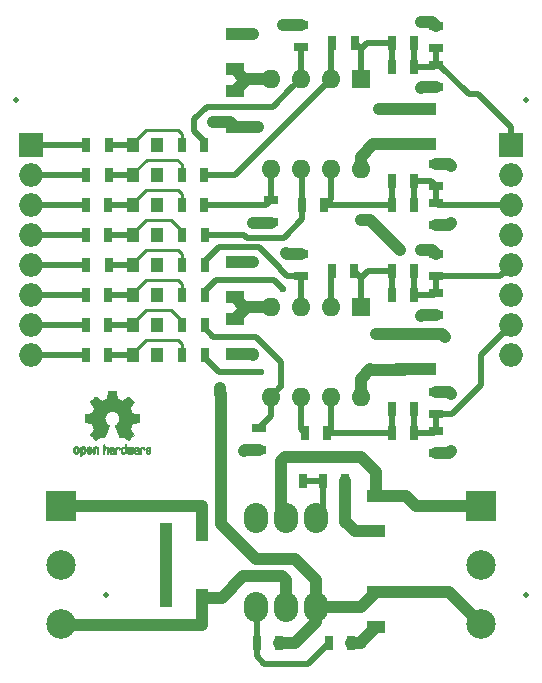
<source format=gbr>
G04 #@! TF.FileFunction,Copper,L1,Top,Signal*
%FSLAX46Y46*%
G04 Gerber Fmt 4.6, Leading zero omitted, Abs format (unit mm)*
G04 Created by KiCad (PCBNEW 4.0.5-e0-6337~49~ubuntu15.04.1) date Tue Oct 24 21:27:12 2017*
%MOMM*%
%LPD*%
G01*
G04 APERTURE LIST*
%ADD10C,0.100000*%
%ADD11C,0.010000*%
%ADD12R,1.000000X1.250000*%
%ADD13R,1.000000X1.600000*%
%ADD14R,1.600000X1.000000*%
%ADD15R,0.700000X1.300000*%
%ADD16R,1.300000X0.700000*%
%ADD17R,1.600000X1.600000*%
%ADD18O,1.600000X1.600000*%
%ADD19O,1.998980X1.998980*%
%ADD20R,1.998980X1.998980*%
%ADD21C,2.500000*%
%ADD22R,2.500000X2.500000*%
%ADD23C,0.500000*%
%ADD24O,2.032000X2.540000*%
%ADD25C,0.600000*%
%ADD26C,0.500000*%
%ADD27C,0.250000*%
%ADD28C,1.000000*%
G04 APERTURE END LIST*
D10*
D11*
G36*
X65417744Y-66181918D02*
X65473201Y-66209568D01*
X65522148Y-66260480D01*
X65535629Y-66279338D01*
X65550314Y-66304015D01*
X65559842Y-66330816D01*
X65565293Y-66366587D01*
X65567747Y-66418169D01*
X65568286Y-66486267D01*
X65565852Y-66579588D01*
X65557394Y-66649657D01*
X65541174Y-66701931D01*
X65515454Y-66741869D01*
X65478497Y-66774929D01*
X65475782Y-66776886D01*
X65439360Y-66796908D01*
X65395502Y-66806815D01*
X65339724Y-66809257D01*
X65249048Y-66809257D01*
X65249010Y-66897283D01*
X65248166Y-66946308D01*
X65243024Y-66975065D01*
X65229587Y-66992311D01*
X65203858Y-67006808D01*
X65197679Y-67009769D01*
X65168764Y-67023648D01*
X65146376Y-67032414D01*
X65129729Y-67033171D01*
X65118036Y-67023023D01*
X65110510Y-66999073D01*
X65106366Y-66958426D01*
X65104815Y-66898186D01*
X65105071Y-66815455D01*
X65106349Y-66707339D01*
X65106748Y-66675000D01*
X65108185Y-66563524D01*
X65109472Y-66490603D01*
X65248971Y-66490603D01*
X65249755Y-66552499D01*
X65253240Y-66592997D01*
X65261124Y-66619708D01*
X65275105Y-66640244D01*
X65284597Y-66650260D01*
X65323404Y-66679567D01*
X65357763Y-66681952D01*
X65393216Y-66657750D01*
X65394114Y-66656857D01*
X65408539Y-66638153D01*
X65417313Y-66612732D01*
X65421739Y-66573584D01*
X65423118Y-66513697D01*
X65423143Y-66500430D01*
X65419812Y-66417901D01*
X65408969Y-66360691D01*
X65389340Y-66325766D01*
X65359650Y-66310094D01*
X65342491Y-66308514D01*
X65301766Y-66315926D01*
X65273832Y-66340330D01*
X65257017Y-66384980D01*
X65249650Y-66453130D01*
X65248971Y-66490603D01*
X65109472Y-66490603D01*
X65109708Y-66477245D01*
X65111677Y-66412333D01*
X65114450Y-66364958D01*
X65118388Y-66331290D01*
X65123849Y-66307498D01*
X65131192Y-66289753D01*
X65140777Y-66274224D01*
X65144887Y-66268381D01*
X65199405Y-66213185D01*
X65268336Y-66181890D01*
X65348072Y-66173165D01*
X65417744Y-66181918D01*
X65417744Y-66181918D01*
G37*
X65417744Y-66181918D02*
X65473201Y-66209568D01*
X65522148Y-66260480D01*
X65535629Y-66279338D01*
X65550314Y-66304015D01*
X65559842Y-66330816D01*
X65565293Y-66366587D01*
X65567747Y-66418169D01*
X65568286Y-66486267D01*
X65565852Y-66579588D01*
X65557394Y-66649657D01*
X65541174Y-66701931D01*
X65515454Y-66741869D01*
X65478497Y-66774929D01*
X65475782Y-66776886D01*
X65439360Y-66796908D01*
X65395502Y-66806815D01*
X65339724Y-66809257D01*
X65249048Y-66809257D01*
X65249010Y-66897283D01*
X65248166Y-66946308D01*
X65243024Y-66975065D01*
X65229587Y-66992311D01*
X65203858Y-67006808D01*
X65197679Y-67009769D01*
X65168764Y-67023648D01*
X65146376Y-67032414D01*
X65129729Y-67033171D01*
X65118036Y-67023023D01*
X65110510Y-66999073D01*
X65106366Y-66958426D01*
X65104815Y-66898186D01*
X65105071Y-66815455D01*
X65106349Y-66707339D01*
X65106748Y-66675000D01*
X65108185Y-66563524D01*
X65109472Y-66490603D01*
X65248971Y-66490603D01*
X65249755Y-66552499D01*
X65253240Y-66592997D01*
X65261124Y-66619708D01*
X65275105Y-66640244D01*
X65284597Y-66650260D01*
X65323404Y-66679567D01*
X65357763Y-66681952D01*
X65393216Y-66657750D01*
X65394114Y-66656857D01*
X65408539Y-66638153D01*
X65417313Y-66612732D01*
X65421739Y-66573584D01*
X65423118Y-66513697D01*
X65423143Y-66500430D01*
X65419812Y-66417901D01*
X65408969Y-66360691D01*
X65389340Y-66325766D01*
X65359650Y-66310094D01*
X65342491Y-66308514D01*
X65301766Y-66315926D01*
X65273832Y-66340330D01*
X65257017Y-66384980D01*
X65249650Y-66453130D01*
X65248971Y-66490603D01*
X65109472Y-66490603D01*
X65109708Y-66477245D01*
X65111677Y-66412333D01*
X65114450Y-66364958D01*
X65118388Y-66331290D01*
X65123849Y-66307498D01*
X65131192Y-66289753D01*
X65140777Y-66274224D01*
X65144887Y-66268381D01*
X65199405Y-66213185D01*
X65268336Y-66181890D01*
X65348072Y-66173165D01*
X65417744Y-66181918D01*
G36*
X66534093Y-66189780D02*
X66580672Y-66216723D01*
X66613057Y-66243466D01*
X66636742Y-66271484D01*
X66653059Y-66305748D01*
X66663339Y-66351227D01*
X66668914Y-66412892D01*
X66671116Y-66495711D01*
X66671371Y-66555246D01*
X66671371Y-66774391D01*
X66609686Y-66802044D01*
X66548000Y-66829697D01*
X66540743Y-66589670D01*
X66537744Y-66500028D01*
X66534598Y-66434962D01*
X66530701Y-66390026D01*
X66525447Y-66360770D01*
X66518231Y-66342748D01*
X66508450Y-66331511D01*
X66505312Y-66329079D01*
X66457761Y-66310083D01*
X66409697Y-66317600D01*
X66381086Y-66337543D01*
X66369447Y-66351675D01*
X66361391Y-66370220D01*
X66356271Y-66398334D01*
X66353441Y-66441173D01*
X66352256Y-66503895D01*
X66352057Y-66569261D01*
X66352018Y-66651268D01*
X66350614Y-66709316D01*
X66345914Y-66748465D01*
X66335987Y-66773780D01*
X66318903Y-66790323D01*
X66292732Y-66803156D01*
X66257775Y-66816491D01*
X66219596Y-66831007D01*
X66224141Y-66573389D01*
X66225971Y-66480519D01*
X66228112Y-66411889D01*
X66231181Y-66362711D01*
X66235794Y-66328198D01*
X66242568Y-66303562D01*
X66252119Y-66284016D01*
X66263634Y-66266770D01*
X66319190Y-66211680D01*
X66386980Y-66179822D01*
X66460713Y-66172191D01*
X66534093Y-66189780D01*
X66534093Y-66189780D01*
G37*
X66534093Y-66189780D02*
X66580672Y-66216723D01*
X66613057Y-66243466D01*
X66636742Y-66271484D01*
X66653059Y-66305748D01*
X66663339Y-66351227D01*
X66668914Y-66412892D01*
X66671116Y-66495711D01*
X66671371Y-66555246D01*
X66671371Y-66774391D01*
X66609686Y-66802044D01*
X66548000Y-66829697D01*
X66540743Y-66589670D01*
X66537744Y-66500028D01*
X66534598Y-66434962D01*
X66530701Y-66390026D01*
X66525447Y-66360770D01*
X66518231Y-66342748D01*
X66508450Y-66331511D01*
X66505312Y-66329079D01*
X66457761Y-66310083D01*
X66409697Y-66317600D01*
X66381086Y-66337543D01*
X66369447Y-66351675D01*
X66361391Y-66370220D01*
X66356271Y-66398334D01*
X66353441Y-66441173D01*
X66352256Y-66503895D01*
X66352057Y-66569261D01*
X66352018Y-66651268D01*
X66350614Y-66709316D01*
X66345914Y-66748465D01*
X66335987Y-66773780D01*
X66318903Y-66790323D01*
X66292732Y-66803156D01*
X66257775Y-66816491D01*
X66219596Y-66831007D01*
X66224141Y-66573389D01*
X66225971Y-66480519D01*
X66228112Y-66411889D01*
X66231181Y-66362711D01*
X66235794Y-66328198D01*
X66242568Y-66303562D01*
X66252119Y-66284016D01*
X66263634Y-66266770D01*
X66319190Y-66211680D01*
X66386980Y-66179822D01*
X66460713Y-66172191D01*
X66534093Y-66189780D01*
G36*
X64859115Y-66183962D02*
X64927145Y-66219733D01*
X64977351Y-66277301D01*
X64995185Y-66314312D01*
X65009063Y-66369882D01*
X65016167Y-66440096D01*
X65016840Y-66516727D01*
X65011427Y-66591552D01*
X65000270Y-66656342D01*
X64983714Y-66702873D01*
X64978626Y-66710887D01*
X64918355Y-66770707D01*
X64846769Y-66806535D01*
X64769092Y-66817020D01*
X64690548Y-66800810D01*
X64668689Y-66791092D01*
X64626122Y-66761143D01*
X64588763Y-66721433D01*
X64585232Y-66716397D01*
X64570881Y-66692124D01*
X64561394Y-66666178D01*
X64555790Y-66632022D01*
X64553086Y-66583119D01*
X64552299Y-66512935D01*
X64552286Y-66497200D01*
X64552322Y-66492192D01*
X64697429Y-66492192D01*
X64698273Y-66558430D01*
X64701596Y-66602386D01*
X64708583Y-66630779D01*
X64720416Y-66650325D01*
X64726457Y-66656857D01*
X64761186Y-66681680D01*
X64794903Y-66680548D01*
X64828995Y-66659016D01*
X64849329Y-66636029D01*
X64861371Y-66602478D01*
X64868134Y-66549569D01*
X64868598Y-66543399D01*
X64869752Y-66447513D01*
X64857688Y-66376299D01*
X64832570Y-66330194D01*
X64794560Y-66309635D01*
X64780992Y-66308514D01*
X64745364Y-66314152D01*
X64720994Y-66333686D01*
X64706093Y-66371042D01*
X64698875Y-66430150D01*
X64697429Y-66492192D01*
X64552322Y-66492192D01*
X64552826Y-66422413D01*
X64555096Y-66370159D01*
X64560068Y-66333949D01*
X64568713Y-66307299D01*
X64582005Y-66283722D01*
X64584943Y-66279338D01*
X64634313Y-66220249D01*
X64688109Y-66185947D01*
X64753602Y-66172331D01*
X64775842Y-66171665D01*
X64859115Y-66183962D01*
X64859115Y-66183962D01*
G37*
X64859115Y-66183962D02*
X64927145Y-66219733D01*
X64977351Y-66277301D01*
X64995185Y-66314312D01*
X65009063Y-66369882D01*
X65016167Y-66440096D01*
X65016840Y-66516727D01*
X65011427Y-66591552D01*
X65000270Y-66656342D01*
X64983714Y-66702873D01*
X64978626Y-66710887D01*
X64918355Y-66770707D01*
X64846769Y-66806535D01*
X64769092Y-66817020D01*
X64690548Y-66800810D01*
X64668689Y-66791092D01*
X64626122Y-66761143D01*
X64588763Y-66721433D01*
X64585232Y-66716397D01*
X64570881Y-66692124D01*
X64561394Y-66666178D01*
X64555790Y-66632022D01*
X64553086Y-66583119D01*
X64552299Y-66512935D01*
X64552286Y-66497200D01*
X64552322Y-66492192D01*
X64697429Y-66492192D01*
X64698273Y-66558430D01*
X64701596Y-66602386D01*
X64708583Y-66630779D01*
X64720416Y-66650325D01*
X64726457Y-66656857D01*
X64761186Y-66681680D01*
X64794903Y-66680548D01*
X64828995Y-66659016D01*
X64849329Y-66636029D01*
X64861371Y-66602478D01*
X64868134Y-66549569D01*
X64868598Y-66543399D01*
X64869752Y-66447513D01*
X64857688Y-66376299D01*
X64832570Y-66330194D01*
X64794560Y-66309635D01*
X64780992Y-66308514D01*
X64745364Y-66314152D01*
X64720994Y-66333686D01*
X64706093Y-66371042D01*
X64698875Y-66430150D01*
X64697429Y-66492192D01*
X64552322Y-66492192D01*
X64552826Y-66422413D01*
X64555096Y-66370159D01*
X64560068Y-66333949D01*
X64568713Y-66307299D01*
X64582005Y-66283722D01*
X64584943Y-66279338D01*
X64634313Y-66220249D01*
X64688109Y-66185947D01*
X64753602Y-66172331D01*
X64775842Y-66171665D01*
X64859115Y-66183962D01*
G36*
X65986303Y-66193239D02*
X66043527Y-66231735D01*
X66087749Y-66287335D01*
X66114167Y-66358086D01*
X66119510Y-66410162D01*
X66118903Y-66431893D01*
X66113822Y-66448531D01*
X66099855Y-66463437D01*
X66072589Y-66479973D01*
X66027612Y-66501498D01*
X65960511Y-66531374D01*
X65960171Y-66531524D01*
X65898407Y-66559813D01*
X65847759Y-66584933D01*
X65813404Y-66604179D01*
X65800518Y-66614848D01*
X65800514Y-66614934D01*
X65811872Y-66638166D01*
X65838431Y-66663774D01*
X65868923Y-66682221D01*
X65884370Y-66685886D01*
X65926515Y-66673212D01*
X65962808Y-66641471D01*
X65980517Y-66606572D01*
X65997552Y-66580845D01*
X66030922Y-66551546D01*
X66070149Y-66526235D01*
X66104756Y-66512471D01*
X66111993Y-66511714D01*
X66120139Y-66524160D01*
X66120630Y-66555972D01*
X66114643Y-66598866D01*
X66103357Y-66644558D01*
X66087950Y-66684761D01*
X66087171Y-66686322D01*
X66040804Y-66751062D01*
X65980711Y-66795097D01*
X65912465Y-66816711D01*
X65841638Y-66814185D01*
X65773804Y-66785804D01*
X65770788Y-66783808D01*
X65717427Y-66735448D01*
X65682340Y-66672352D01*
X65662922Y-66589387D01*
X65660316Y-66566078D01*
X65655701Y-66456055D01*
X65661233Y-66404748D01*
X65800514Y-66404748D01*
X65802324Y-66436753D01*
X65812222Y-66446093D01*
X65836898Y-66439105D01*
X65875795Y-66422587D01*
X65919275Y-66401881D01*
X65920356Y-66401333D01*
X65957209Y-66381949D01*
X65972000Y-66369013D01*
X65968353Y-66355451D01*
X65952995Y-66337632D01*
X65913923Y-66311845D01*
X65871846Y-66309950D01*
X65834103Y-66328717D01*
X65808034Y-66364915D01*
X65800514Y-66404748D01*
X65661233Y-66404748D01*
X65665194Y-66368027D01*
X65689550Y-66298212D01*
X65723456Y-66249302D01*
X65784653Y-66199878D01*
X65852063Y-66175359D01*
X65920880Y-66173797D01*
X65986303Y-66193239D01*
X65986303Y-66193239D01*
G37*
X65986303Y-66193239D02*
X66043527Y-66231735D01*
X66087749Y-66287335D01*
X66114167Y-66358086D01*
X66119510Y-66410162D01*
X66118903Y-66431893D01*
X66113822Y-66448531D01*
X66099855Y-66463437D01*
X66072589Y-66479973D01*
X66027612Y-66501498D01*
X65960511Y-66531374D01*
X65960171Y-66531524D01*
X65898407Y-66559813D01*
X65847759Y-66584933D01*
X65813404Y-66604179D01*
X65800518Y-66614848D01*
X65800514Y-66614934D01*
X65811872Y-66638166D01*
X65838431Y-66663774D01*
X65868923Y-66682221D01*
X65884370Y-66685886D01*
X65926515Y-66673212D01*
X65962808Y-66641471D01*
X65980517Y-66606572D01*
X65997552Y-66580845D01*
X66030922Y-66551546D01*
X66070149Y-66526235D01*
X66104756Y-66512471D01*
X66111993Y-66511714D01*
X66120139Y-66524160D01*
X66120630Y-66555972D01*
X66114643Y-66598866D01*
X66103357Y-66644558D01*
X66087950Y-66684761D01*
X66087171Y-66686322D01*
X66040804Y-66751062D01*
X65980711Y-66795097D01*
X65912465Y-66816711D01*
X65841638Y-66814185D01*
X65773804Y-66785804D01*
X65770788Y-66783808D01*
X65717427Y-66735448D01*
X65682340Y-66672352D01*
X65662922Y-66589387D01*
X65660316Y-66566078D01*
X65655701Y-66456055D01*
X65661233Y-66404748D01*
X65800514Y-66404748D01*
X65802324Y-66436753D01*
X65812222Y-66446093D01*
X65836898Y-66439105D01*
X65875795Y-66422587D01*
X65919275Y-66401881D01*
X65920356Y-66401333D01*
X65957209Y-66381949D01*
X65972000Y-66369013D01*
X65968353Y-66355451D01*
X65952995Y-66337632D01*
X65913923Y-66311845D01*
X65871846Y-66309950D01*
X65834103Y-66328717D01*
X65808034Y-66364915D01*
X65800514Y-66404748D01*
X65661233Y-66404748D01*
X65665194Y-66368027D01*
X65689550Y-66298212D01*
X65723456Y-66249302D01*
X65784653Y-66199878D01*
X65852063Y-66175359D01*
X65920880Y-66173797D01*
X65986303Y-66193239D01*
G36*
X67193886Y-66113289D02*
X67198139Y-66172613D01*
X67203025Y-66207572D01*
X67209795Y-66222820D01*
X67219702Y-66223015D01*
X67222914Y-66221195D01*
X67265644Y-66208015D01*
X67321227Y-66208785D01*
X67377737Y-66222333D01*
X67413082Y-66239861D01*
X67449321Y-66267861D01*
X67475813Y-66299549D01*
X67493999Y-66339813D01*
X67505322Y-66393543D01*
X67511222Y-66465626D01*
X67513143Y-66560951D01*
X67513177Y-66579237D01*
X67513200Y-66784646D01*
X67467491Y-66800580D01*
X67435027Y-66811420D01*
X67417215Y-66816468D01*
X67416691Y-66816514D01*
X67414937Y-66802828D01*
X67413444Y-66765076D01*
X67412326Y-66708224D01*
X67411697Y-66637234D01*
X67411600Y-66594073D01*
X67411398Y-66508973D01*
X67410358Y-66447981D01*
X67407831Y-66406177D01*
X67403164Y-66378642D01*
X67395707Y-66360456D01*
X67384811Y-66346698D01*
X67378007Y-66340073D01*
X67331272Y-66313375D01*
X67280272Y-66311375D01*
X67234001Y-66333955D01*
X67225444Y-66342107D01*
X67212893Y-66357436D01*
X67204188Y-66375618D01*
X67198631Y-66401909D01*
X67195526Y-66441562D01*
X67194176Y-66499832D01*
X67193886Y-66580173D01*
X67193886Y-66784646D01*
X67148177Y-66800580D01*
X67115713Y-66811420D01*
X67097901Y-66816468D01*
X67097377Y-66816514D01*
X67096037Y-66802623D01*
X67094828Y-66763439D01*
X67093801Y-66702700D01*
X67093002Y-66624141D01*
X67092481Y-66531498D01*
X67092286Y-66428509D01*
X67092286Y-66031342D01*
X67139457Y-66011444D01*
X67186629Y-65991547D01*
X67193886Y-66113289D01*
X67193886Y-66113289D01*
G37*
X67193886Y-66113289D02*
X67198139Y-66172613D01*
X67203025Y-66207572D01*
X67209795Y-66222820D01*
X67219702Y-66223015D01*
X67222914Y-66221195D01*
X67265644Y-66208015D01*
X67321227Y-66208785D01*
X67377737Y-66222333D01*
X67413082Y-66239861D01*
X67449321Y-66267861D01*
X67475813Y-66299549D01*
X67493999Y-66339813D01*
X67505322Y-66393543D01*
X67511222Y-66465626D01*
X67513143Y-66560951D01*
X67513177Y-66579237D01*
X67513200Y-66784646D01*
X67467491Y-66800580D01*
X67435027Y-66811420D01*
X67417215Y-66816468D01*
X67416691Y-66816514D01*
X67414937Y-66802828D01*
X67413444Y-66765076D01*
X67412326Y-66708224D01*
X67411697Y-66637234D01*
X67411600Y-66594073D01*
X67411398Y-66508973D01*
X67410358Y-66447981D01*
X67407831Y-66406177D01*
X67403164Y-66378642D01*
X67395707Y-66360456D01*
X67384811Y-66346698D01*
X67378007Y-66340073D01*
X67331272Y-66313375D01*
X67280272Y-66311375D01*
X67234001Y-66333955D01*
X67225444Y-66342107D01*
X67212893Y-66357436D01*
X67204188Y-66375618D01*
X67198631Y-66401909D01*
X67195526Y-66441562D01*
X67194176Y-66499832D01*
X67193886Y-66580173D01*
X67193886Y-66784646D01*
X67148177Y-66800580D01*
X67115713Y-66811420D01*
X67097901Y-66816468D01*
X67097377Y-66816514D01*
X67096037Y-66802623D01*
X67094828Y-66763439D01*
X67093801Y-66702700D01*
X67093002Y-66624141D01*
X67092481Y-66531498D01*
X67092286Y-66428509D01*
X67092286Y-66031342D01*
X67139457Y-66011444D01*
X67186629Y-65991547D01*
X67193886Y-66113289D01*
G36*
X67857744Y-66212968D02*
X67914616Y-66234087D01*
X67915267Y-66234493D01*
X67950440Y-66260380D01*
X67976407Y-66290633D01*
X67994670Y-66330058D01*
X68006732Y-66383462D01*
X68014096Y-66455651D01*
X68018264Y-66551432D01*
X68018629Y-66565078D01*
X68023876Y-66770842D01*
X67979716Y-66793678D01*
X67947763Y-66809110D01*
X67928470Y-66816423D01*
X67927578Y-66816514D01*
X67924239Y-66803022D01*
X67921587Y-66766626D01*
X67919956Y-66713452D01*
X67919600Y-66670393D01*
X67919592Y-66600641D01*
X67916403Y-66556837D01*
X67905288Y-66535944D01*
X67881501Y-66534925D01*
X67840296Y-66550741D01*
X67778086Y-66579815D01*
X67732341Y-66603963D01*
X67708813Y-66624913D01*
X67701896Y-66647747D01*
X67701886Y-66648877D01*
X67713299Y-66688212D01*
X67747092Y-66709462D01*
X67798809Y-66712539D01*
X67836061Y-66712006D01*
X67855703Y-66722735D01*
X67867952Y-66748505D01*
X67875002Y-66781337D01*
X67864842Y-66799966D01*
X67861017Y-66802632D01*
X67825001Y-66813340D01*
X67774566Y-66814856D01*
X67722626Y-66807759D01*
X67685822Y-66794788D01*
X67634938Y-66751585D01*
X67606014Y-66691446D01*
X67600286Y-66644462D01*
X67604657Y-66602082D01*
X67620475Y-66567488D01*
X67651797Y-66536763D01*
X67702678Y-66505990D01*
X67777176Y-66471252D01*
X67781714Y-66469288D01*
X67848821Y-66438287D01*
X67890232Y-66412862D01*
X67907981Y-66390014D01*
X67904107Y-66366745D01*
X67880643Y-66340056D01*
X67873627Y-66333914D01*
X67826630Y-66310100D01*
X67777933Y-66311103D01*
X67735522Y-66334451D01*
X67707384Y-66377675D01*
X67704769Y-66386160D01*
X67679308Y-66427308D01*
X67647001Y-66447128D01*
X67600286Y-66466770D01*
X67600286Y-66415950D01*
X67614496Y-66342082D01*
X67656675Y-66274327D01*
X67678624Y-66251661D01*
X67728517Y-66222569D01*
X67791967Y-66209400D01*
X67857744Y-66212968D01*
X67857744Y-66212968D01*
G37*
X67857744Y-66212968D02*
X67914616Y-66234087D01*
X67915267Y-66234493D01*
X67950440Y-66260380D01*
X67976407Y-66290633D01*
X67994670Y-66330058D01*
X68006732Y-66383462D01*
X68014096Y-66455651D01*
X68018264Y-66551432D01*
X68018629Y-66565078D01*
X68023876Y-66770842D01*
X67979716Y-66793678D01*
X67947763Y-66809110D01*
X67928470Y-66816423D01*
X67927578Y-66816514D01*
X67924239Y-66803022D01*
X67921587Y-66766626D01*
X67919956Y-66713452D01*
X67919600Y-66670393D01*
X67919592Y-66600641D01*
X67916403Y-66556837D01*
X67905288Y-66535944D01*
X67881501Y-66534925D01*
X67840296Y-66550741D01*
X67778086Y-66579815D01*
X67732341Y-66603963D01*
X67708813Y-66624913D01*
X67701896Y-66647747D01*
X67701886Y-66648877D01*
X67713299Y-66688212D01*
X67747092Y-66709462D01*
X67798809Y-66712539D01*
X67836061Y-66712006D01*
X67855703Y-66722735D01*
X67867952Y-66748505D01*
X67875002Y-66781337D01*
X67864842Y-66799966D01*
X67861017Y-66802632D01*
X67825001Y-66813340D01*
X67774566Y-66814856D01*
X67722626Y-66807759D01*
X67685822Y-66794788D01*
X67634938Y-66751585D01*
X67606014Y-66691446D01*
X67600286Y-66644462D01*
X67604657Y-66602082D01*
X67620475Y-66567488D01*
X67651797Y-66536763D01*
X67702678Y-66505990D01*
X67777176Y-66471252D01*
X67781714Y-66469288D01*
X67848821Y-66438287D01*
X67890232Y-66412862D01*
X67907981Y-66390014D01*
X67904107Y-66366745D01*
X67880643Y-66340056D01*
X67873627Y-66333914D01*
X67826630Y-66310100D01*
X67777933Y-66311103D01*
X67735522Y-66334451D01*
X67707384Y-66377675D01*
X67704769Y-66386160D01*
X67679308Y-66427308D01*
X67647001Y-66447128D01*
X67600286Y-66466770D01*
X67600286Y-66415950D01*
X67614496Y-66342082D01*
X67656675Y-66274327D01*
X67678624Y-66251661D01*
X67728517Y-66222569D01*
X67791967Y-66209400D01*
X67857744Y-66212968D01*
G36*
X68347926Y-66211755D02*
X68413858Y-66236084D01*
X68467273Y-66279117D01*
X68488164Y-66309409D01*
X68510939Y-66364994D01*
X68510466Y-66405186D01*
X68486562Y-66432217D01*
X68477717Y-66436813D01*
X68439530Y-66451144D01*
X68420028Y-66447472D01*
X68413422Y-66423407D01*
X68413086Y-66410114D01*
X68400992Y-66361210D01*
X68369471Y-66326999D01*
X68325659Y-66310476D01*
X68276695Y-66314634D01*
X68236894Y-66336227D01*
X68223450Y-66348544D01*
X68213921Y-66363487D01*
X68207485Y-66386075D01*
X68203317Y-66421328D01*
X68200597Y-66474266D01*
X68198502Y-66549907D01*
X68197960Y-66573857D01*
X68195981Y-66655790D01*
X68193731Y-66713455D01*
X68190357Y-66751608D01*
X68185006Y-66775004D01*
X68176824Y-66788398D01*
X68164959Y-66796545D01*
X68157362Y-66800144D01*
X68125102Y-66812452D01*
X68106111Y-66816514D01*
X68099836Y-66802948D01*
X68096006Y-66761934D01*
X68094600Y-66692999D01*
X68095598Y-66595669D01*
X68095908Y-66580657D01*
X68098101Y-66491859D01*
X68100693Y-66427019D01*
X68104382Y-66381067D01*
X68109864Y-66348935D01*
X68117835Y-66325553D01*
X68128993Y-66305852D01*
X68134830Y-66297410D01*
X68168296Y-66260057D01*
X68205727Y-66231003D01*
X68210309Y-66228467D01*
X68277426Y-66208443D01*
X68347926Y-66211755D01*
X68347926Y-66211755D01*
G37*
X68347926Y-66211755D02*
X68413858Y-66236084D01*
X68467273Y-66279117D01*
X68488164Y-66309409D01*
X68510939Y-66364994D01*
X68510466Y-66405186D01*
X68486562Y-66432217D01*
X68477717Y-66436813D01*
X68439530Y-66451144D01*
X68420028Y-66447472D01*
X68413422Y-66423407D01*
X68413086Y-66410114D01*
X68400992Y-66361210D01*
X68369471Y-66326999D01*
X68325659Y-66310476D01*
X68276695Y-66314634D01*
X68236894Y-66336227D01*
X68223450Y-66348544D01*
X68213921Y-66363487D01*
X68207485Y-66386075D01*
X68203317Y-66421328D01*
X68200597Y-66474266D01*
X68198502Y-66549907D01*
X68197960Y-66573857D01*
X68195981Y-66655790D01*
X68193731Y-66713455D01*
X68190357Y-66751608D01*
X68185006Y-66775004D01*
X68176824Y-66788398D01*
X68164959Y-66796545D01*
X68157362Y-66800144D01*
X68125102Y-66812452D01*
X68106111Y-66816514D01*
X68099836Y-66802948D01*
X68096006Y-66761934D01*
X68094600Y-66692999D01*
X68095598Y-66595669D01*
X68095908Y-66580657D01*
X68098101Y-66491859D01*
X68100693Y-66427019D01*
X68104382Y-66381067D01*
X68109864Y-66348935D01*
X68117835Y-66325553D01*
X68128993Y-66305852D01*
X68134830Y-66297410D01*
X68168296Y-66260057D01*
X68205727Y-66231003D01*
X68210309Y-66228467D01*
X68277426Y-66208443D01*
X68347926Y-66211755D01*
G36*
X69008117Y-66327358D02*
X69007933Y-66435837D01*
X69007219Y-66519287D01*
X69005675Y-66581704D01*
X69003001Y-66627085D01*
X68998894Y-66659429D01*
X68993055Y-66682733D01*
X68985182Y-66700995D01*
X68979221Y-66711418D01*
X68929855Y-66767945D01*
X68867264Y-66803377D01*
X68798013Y-66816090D01*
X68728668Y-66804463D01*
X68687375Y-66783568D01*
X68644025Y-66747422D01*
X68614481Y-66703276D01*
X68596655Y-66645462D01*
X68588463Y-66568313D01*
X68587302Y-66511714D01*
X68587458Y-66507647D01*
X68688857Y-66507647D01*
X68689476Y-66572550D01*
X68692314Y-66615514D01*
X68698840Y-66643622D01*
X68710523Y-66663953D01*
X68724483Y-66679288D01*
X68771365Y-66708890D01*
X68821701Y-66711419D01*
X68869276Y-66686705D01*
X68872979Y-66683356D01*
X68888783Y-66665935D01*
X68898693Y-66645209D01*
X68904058Y-66614362D01*
X68906228Y-66566577D01*
X68906571Y-66513748D01*
X68905827Y-66447381D01*
X68902748Y-66403106D01*
X68896061Y-66374009D01*
X68884496Y-66353173D01*
X68875013Y-66342107D01*
X68830960Y-66314198D01*
X68780224Y-66310843D01*
X68731796Y-66332159D01*
X68722450Y-66340073D01*
X68706540Y-66357647D01*
X68696610Y-66378587D01*
X68691278Y-66409782D01*
X68689163Y-66458122D01*
X68688857Y-66507647D01*
X68587458Y-66507647D01*
X68590810Y-66420568D01*
X68602726Y-66352086D01*
X68625135Y-66300600D01*
X68660124Y-66260443D01*
X68687375Y-66239861D01*
X68736907Y-66217625D01*
X68794316Y-66207304D01*
X68847682Y-66210067D01*
X68877543Y-66221212D01*
X68889261Y-66224383D01*
X68897037Y-66212557D01*
X68902465Y-66180866D01*
X68906571Y-66132593D01*
X68911067Y-66078829D01*
X68917313Y-66046482D01*
X68928676Y-66027985D01*
X68948528Y-66015770D01*
X68961000Y-66010362D01*
X69008171Y-65990601D01*
X69008117Y-66327358D01*
X69008117Y-66327358D01*
G37*
X69008117Y-66327358D02*
X69007933Y-66435837D01*
X69007219Y-66519287D01*
X69005675Y-66581704D01*
X69003001Y-66627085D01*
X68998894Y-66659429D01*
X68993055Y-66682733D01*
X68985182Y-66700995D01*
X68979221Y-66711418D01*
X68929855Y-66767945D01*
X68867264Y-66803377D01*
X68798013Y-66816090D01*
X68728668Y-66804463D01*
X68687375Y-66783568D01*
X68644025Y-66747422D01*
X68614481Y-66703276D01*
X68596655Y-66645462D01*
X68588463Y-66568313D01*
X68587302Y-66511714D01*
X68587458Y-66507647D01*
X68688857Y-66507647D01*
X68689476Y-66572550D01*
X68692314Y-66615514D01*
X68698840Y-66643622D01*
X68710523Y-66663953D01*
X68724483Y-66679288D01*
X68771365Y-66708890D01*
X68821701Y-66711419D01*
X68869276Y-66686705D01*
X68872979Y-66683356D01*
X68888783Y-66665935D01*
X68898693Y-66645209D01*
X68904058Y-66614362D01*
X68906228Y-66566577D01*
X68906571Y-66513748D01*
X68905827Y-66447381D01*
X68902748Y-66403106D01*
X68896061Y-66374009D01*
X68884496Y-66353173D01*
X68875013Y-66342107D01*
X68830960Y-66314198D01*
X68780224Y-66310843D01*
X68731796Y-66332159D01*
X68722450Y-66340073D01*
X68706540Y-66357647D01*
X68696610Y-66378587D01*
X68691278Y-66409782D01*
X68689163Y-66458122D01*
X68688857Y-66507647D01*
X68587458Y-66507647D01*
X68590810Y-66420568D01*
X68602726Y-66352086D01*
X68625135Y-66300600D01*
X68660124Y-66260443D01*
X68687375Y-66239861D01*
X68736907Y-66217625D01*
X68794316Y-66207304D01*
X68847682Y-66210067D01*
X68877543Y-66221212D01*
X68889261Y-66224383D01*
X68897037Y-66212557D01*
X68902465Y-66180866D01*
X68906571Y-66132593D01*
X68911067Y-66078829D01*
X68917313Y-66046482D01*
X68928676Y-66027985D01*
X68948528Y-66015770D01*
X68961000Y-66010362D01*
X69008171Y-65990601D01*
X69008117Y-66327358D01*
G36*
X69597833Y-66220663D02*
X69600048Y-66258850D01*
X69601784Y-66316886D01*
X69602899Y-66390180D01*
X69603257Y-66467055D01*
X69603257Y-66727196D01*
X69557326Y-66773127D01*
X69525675Y-66801429D01*
X69497890Y-66812893D01*
X69459915Y-66812168D01*
X69444840Y-66810321D01*
X69397726Y-66804948D01*
X69358756Y-66801869D01*
X69349257Y-66801585D01*
X69317233Y-66803445D01*
X69271432Y-66808114D01*
X69253674Y-66810321D01*
X69210057Y-66813735D01*
X69180745Y-66806320D01*
X69151680Y-66783427D01*
X69141188Y-66773127D01*
X69095257Y-66727196D01*
X69095257Y-66240602D01*
X69132226Y-66223758D01*
X69164059Y-66211282D01*
X69182683Y-66206914D01*
X69187458Y-66220718D01*
X69191921Y-66259286D01*
X69195775Y-66318356D01*
X69198722Y-66393663D01*
X69200143Y-66457286D01*
X69204114Y-66707657D01*
X69238759Y-66712556D01*
X69270268Y-66709131D01*
X69285708Y-66698041D01*
X69290023Y-66677308D01*
X69293708Y-66633145D01*
X69296469Y-66571146D01*
X69298012Y-66496909D01*
X69298235Y-66458706D01*
X69298457Y-66238783D01*
X69344166Y-66222849D01*
X69376518Y-66212015D01*
X69394115Y-66206962D01*
X69394623Y-66206914D01*
X69396388Y-66220648D01*
X69398329Y-66258730D01*
X69400282Y-66316482D01*
X69402084Y-66389227D01*
X69403343Y-66457286D01*
X69407314Y-66707657D01*
X69494400Y-66707657D01*
X69498396Y-66479240D01*
X69502392Y-66250822D01*
X69544847Y-66228868D01*
X69576192Y-66213793D01*
X69594744Y-66206951D01*
X69595279Y-66206914D01*
X69597833Y-66220663D01*
X69597833Y-66220663D01*
G37*
X69597833Y-66220663D02*
X69600048Y-66258850D01*
X69601784Y-66316886D01*
X69602899Y-66390180D01*
X69603257Y-66467055D01*
X69603257Y-66727196D01*
X69557326Y-66773127D01*
X69525675Y-66801429D01*
X69497890Y-66812893D01*
X69459915Y-66812168D01*
X69444840Y-66810321D01*
X69397726Y-66804948D01*
X69358756Y-66801869D01*
X69349257Y-66801585D01*
X69317233Y-66803445D01*
X69271432Y-66808114D01*
X69253674Y-66810321D01*
X69210057Y-66813735D01*
X69180745Y-66806320D01*
X69151680Y-66783427D01*
X69141188Y-66773127D01*
X69095257Y-66727196D01*
X69095257Y-66240602D01*
X69132226Y-66223758D01*
X69164059Y-66211282D01*
X69182683Y-66206914D01*
X69187458Y-66220718D01*
X69191921Y-66259286D01*
X69195775Y-66318356D01*
X69198722Y-66393663D01*
X69200143Y-66457286D01*
X69204114Y-66707657D01*
X69238759Y-66712556D01*
X69270268Y-66709131D01*
X69285708Y-66698041D01*
X69290023Y-66677308D01*
X69293708Y-66633145D01*
X69296469Y-66571146D01*
X69298012Y-66496909D01*
X69298235Y-66458706D01*
X69298457Y-66238783D01*
X69344166Y-66222849D01*
X69376518Y-66212015D01*
X69394115Y-66206962D01*
X69394623Y-66206914D01*
X69396388Y-66220648D01*
X69398329Y-66258730D01*
X69400282Y-66316482D01*
X69402084Y-66389227D01*
X69403343Y-66457286D01*
X69407314Y-66707657D01*
X69494400Y-66707657D01*
X69498396Y-66479240D01*
X69502392Y-66250822D01*
X69544847Y-66228868D01*
X69576192Y-66213793D01*
X69594744Y-66206951D01*
X69595279Y-66206914D01*
X69597833Y-66220663D01*
G36*
X69962876Y-66218335D02*
X70004667Y-66237344D01*
X70037469Y-66260378D01*
X70061503Y-66286133D01*
X70078097Y-66319358D01*
X70088577Y-66364800D01*
X70094271Y-66427207D01*
X70096507Y-66511327D01*
X70096743Y-66566721D01*
X70096743Y-66782826D01*
X70059774Y-66799670D01*
X70030656Y-66811981D01*
X70016231Y-66816514D01*
X70013472Y-66803025D01*
X70011282Y-66766653D01*
X70009942Y-66713542D01*
X70009657Y-66671372D01*
X70008434Y-66610447D01*
X70005136Y-66562115D01*
X70000321Y-66532518D01*
X69996496Y-66526229D01*
X69970783Y-66532652D01*
X69930418Y-66549125D01*
X69883679Y-66571458D01*
X69838845Y-66595457D01*
X69804193Y-66616930D01*
X69788002Y-66631685D01*
X69787938Y-66631845D01*
X69789330Y-66659152D01*
X69801818Y-66685219D01*
X69823743Y-66706392D01*
X69855743Y-66713474D01*
X69883092Y-66712649D01*
X69921826Y-66712042D01*
X69942158Y-66721116D01*
X69954369Y-66745092D01*
X69955909Y-66749613D01*
X69961203Y-66783806D01*
X69947047Y-66804568D01*
X69910148Y-66814462D01*
X69870289Y-66816292D01*
X69798562Y-66802727D01*
X69761432Y-66783355D01*
X69715576Y-66737845D01*
X69691256Y-66681983D01*
X69689073Y-66622957D01*
X69709629Y-66567953D01*
X69740549Y-66533486D01*
X69771420Y-66514189D01*
X69819942Y-66489759D01*
X69876485Y-66464985D01*
X69885910Y-66461199D01*
X69948019Y-66433791D01*
X69983822Y-66409634D01*
X69995337Y-66385619D01*
X69984580Y-66358635D01*
X69966114Y-66337543D01*
X69922469Y-66311572D01*
X69874446Y-66309624D01*
X69830406Y-66329637D01*
X69798709Y-66369551D01*
X69794549Y-66379848D01*
X69770327Y-66417724D01*
X69734965Y-66445842D01*
X69690343Y-66468917D01*
X69690343Y-66403485D01*
X69692969Y-66363506D01*
X69704230Y-66331997D01*
X69729199Y-66298378D01*
X69753169Y-66272484D01*
X69790441Y-66235817D01*
X69819401Y-66216121D01*
X69850505Y-66208220D01*
X69885713Y-66206914D01*
X69962876Y-66218335D01*
X69962876Y-66218335D01*
G37*
X69962876Y-66218335D02*
X70004667Y-66237344D01*
X70037469Y-66260378D01*
X70061503Y-66286133D01*
X70078097Y-66319358D01*
X70088577Y-66364800D01*
X70094271Y-66427207D01*
X70096507Y-66511327D01*
X70096743Y-66566721D01*
X70096743Y-66782826D01*
X70059774Y-66799670D01*
X70030656Y-66811981D01*
X70016231Y-66816514D01*
X70013472Y-66803025D01*
X70011282Y-66766653D01*
X70009942Y-66713542D01*
X70009657Y-66671372D01*
X70008434Y-66610447D01*
X70005136Y-66562115D01*
X70000321Y-66532518D01*
X69996496Y-66526229D01*
X69970783Y-66532652D01*
X69930418Y-66549125D01*
X69883679Y-66571458D01*
X69838845Y-66595457D01*
X69804193Y-66616930D01*
X69788002Y-66631685D01*
X69787938Y-66631845D01*
X69789330Y-66659152D01*
X69801818Y-66685219D01*
X69823743Y-66706392D01*
X69855743Y-66713474D01*
X69883092Y-66712649D01*
X69921826Y-66712042D01*
X69942158Y-66721116D01*
X69954369Y-66745092D01*
X69955909Y-66749613D01*
X69961203Y-66783806D01*
X69947047Y-66804568D01*
X69910148Y-66814462D01*
X69870289Y-66816292D01*
X69798562Y-66802727D01*
X69761432Y-66783355D01*
X69715576Y-66737845D01*
X69691256Y-66681983D01*
X69689073Y-66622957D01*
X69709629Y-66567953D01*
X69740549Y-66533486D01*
X69771420Y-66514189D01*
X69819942Y-66489759D01*
X69876485Y-66464985D01*
X69885910Y-66461199D01*
X69948019Y-66433791D01*
X69983822Y-66409634D01*
X69995337Y-66385619D01*
X69984580Y-66358635D01*
X69966114Y-66337543D01*
X69922469Y-66311572D01*
X69874446Y-66309624D01*
X69830406Y-66329637D01*
X69798709Y-66369551D01*
X69794549Y-66379848D01*
X69770327Y-66417724D01*
X69734965Y-66445842D01*
X69690343Y-66468917D01*
X69690343Y-66403485D01*
X69692969Y-66363506D01*
X69704230Y-66331997D01*
X69729199Y-66298378D01*
X69753169Y-66272484D01*
X69790441Y-66235817D01*
X69819401Y-66216121D01*
X69850505Y-66208220D01*
X69885713Y-66206914D01*
X69962876Y-66218335D01*
G36*
X70470600Y-66220752D02*
X70487948Y-66228334D01*
X70529356Y-66261128D01*
X70564765Y-66308547D01*
X70586664Y-66359151D01*
X70590229Y-66384098D01*
X70578279Y-66418927D01*
X70552067Y-66437357D01*
X70523964Y-66448516D01*
X70511095Y-66450572D01*
X70504829Y-66435649D01*
X70492456Y-66403175D01*
X70487028Y-66388502D01*
X70456590Y-66337744D01*
X70412520Y-66312427D01*
X70356010Y-66313206D01*
X70351825Y-66314203D01*
X70321655Y-66328507D01*
X70299476Y-66356393D01*
X70284327Y-66401287D01*
X70275250Y-66466615D01*
X70271286Y-66555804D01*
X70270914Y-66603261D01*
X70270730Y-66678071D01*
X70269522Y-66729069D01*
X70266309Y-66761471D01*
X70260109Y-66780495D01*
X70249940Y-66791356D01*
X70234819Y-66799272D01*
X70233946Y-66799670D01*
X70204828Y-66811981D01*
X70190403Y-66816514D01*
X70188186Y-66802809D01*
X70186289Y-66764925D01*
X70184847Y-66707715D01*
X70183998Y-66636027D01*
X70183829Y-66583565D01*
X70184692Y-66482047D01*
X70188070Y-66405032D01*
X70195142Y-66348023D01*
X70207088Y-66306526D01*
X70225090Y-66276043D01*
X70250327Y-66252080D01*
X70275247Y-66235355D01*
X70335171Y-66213097D01*
X70404911Y-66208076D01*
X70470600Y-66220752D01*
X70470600Y-66220752D01*
G37*
X70470600Y-66220752D02*
X70487948Y-66228334D01*
X70529356Y-66261128D01*
X70564765Y-66308547D01*
X70586664Y-66359151D01*
X70590229Y-66384098D01*
X70578279Y-66418927D01*
X70552067Y-66437357D01*
X70523964Y-66448516D01*
X70511095Y-66450572D01*
X70504829Y-66435649D01*
X70492456Y-66403175D01*
X70487028Y-66388502D01*
X70456590Y-66337744D01*
X70412520Y-66312427D01*
X70356010Y-66313206D01*
X70351825Y-66314203D01*
X70321655Y-66328507D01*
X70299476Y-66356393D01*
X70284327Y-66401287D01*
X70275250Y-66466615D01*
X70271286Y-66555804D01*
X70270914Y-66603261D01*
X70270730Y-66678071D01*
X70269522Y-66729069D01*
X70266309Y-66761471D01*
X70260109Y-66780495D01*
X70249940Y-66791356D01*
X70234819Y-66799272D01*
X70233946Y-66799670D01*
X70204828Y-66811981D01*
X70190403Y-66816514D01*
X70188186Y-66802809D01*
X70186289Y-66764925D01*
X70184847Y-66707715D01*
X70183998Y-66636027D01*
X70183829Y-66583565D01*
X70184692Y-66482047D01*
X70188070Y-66405032D01*
X70195142Y-66348023D01*
X70207088Y-66306526D01*
X70225090Y-66276043D01*
X70250327Y-66252080D01*
X70275247Y-66235355D01*
X70335171Y-66213097D01*
X70404911Y-66208076D01*
X70470600Y-66220752D01*
G36*
X70971595Y-66228966D02*
X71029021Y-66266497D01*
X71056719Y-66300096D01*
X71078662Y-66361064D01*
X71080405Y-66409308D01*
X71076457Y-66473816D01*
X70927686Y-66538934D01*
X70855349Y-66572202D01*
X70808084Y-66598964D01*
X70783507Y-66622144D01*
X70779237Y-66644667D01*
X70792889Y-66669455D01*
X70807943Y-66685886D01*
X70851746Y-66712235D01*
X70899389Y-66714081D01*
X70943145Y-66693546D01*
X70975289Y-66652752D01*
X70981038Y-66638347D01*
X71008576Y-66593356D01*
X71040258Y-66574182D01*
X71083714Y-66557779D01*
X71083714Y-66619966D01*
X71079872Y-66662283D01*
X71064823Y-66697969D01*
X71033280Y-66738943D01*
X71028592Y-66744267D01*
X70993506Y-66780720D01*
X70963347Y-66800283D01*
X70925615Y-66809283D01*
X70894335Y-66812230D01*
X70838385Y-66812965D01*
X70798555Y-66803660D01*
X70773708Y-66789846D01*
X70734656Y-66759467D01*
X70707625Y-66726613D01*
X70690517Y-66685294D01*
X70681238Y-66629521D01*
X70677693Y-66553305D01*
X70677410Y-66514622D01*
X70678372Y-66468247D01*
X70766007Y-66468247D01*
X70767023Y-66493126D01*
X70769556Y-66497200D01*
X70786274Y-66491665D01*
X70822249Y-66477017D01*
X70870331Y-66456190D01*
X70880386Y-66451714D01*
X70941152Y-66420814D01*
X70974632Y-66393657D01*
X70981990Y-66368220D01*
X70964391Y-66342481D01*
X70949856Y-66331109D01*
X70897410Y-66308364D01*
X70848322Y-66312122D01*
X70807227Y-66339884D01*
X70778758Y-66389152D01*
X70769631Y-66428257D01*
X70766007Y-66468247D01*
X70678372Y-66468247D01*
X70679285Y-66424249D01*
X70686196Y-66357384D01*
X70699884Y-66308695D01*
X70722096Y-66272849D01*
X70754574Y-66244513D01*
X70768733Y-66235355D01*
X70833053Y-66211507D01*
X70903473Y-66210006D01*
X70971595Y-66228966D01*
X70971595Y-66228966D01*
G37*
X70971595Y-66228966D02*
X71029021Y-66266497D01*
X71056719Y-66300096D01*
X71078662Y-66361064D01*
X71080405Y-66409308D01*
X71076457Y-66473816D01*
X70927686Y-66538934D01*
X70855349Y-66572202D01*
X70808084Y-66598964D01*
X70783507Y-66622144D01*
X70779237Y-66644667D01*
X70792889Y-66669455D01*
X70807943Y-66685886D01*
X70851746Y-66712235D01*
X70899389Y-66714081D01*
X70943145Y-66693546D01*
X70975289Y-66652752D01*
X70981038Y-66638347D01*
X71008576Y-66593356D01*
X71040258Y-66574182D01*
X71083714Y-66557779D01*
X71083714Y-66619966D01*
X71079872Y-66662283D01*
X71064823Y-66697969D01*
X71033280Y-66738943D01*
X71028592Y-66744267D01*
X70993506Y-66780720D01*
X70963347Y-66800283D01*
X70925615Y-66809283D01*
X70894335Y-66812230D01*
X70838385Y-66812965D01*
X70798555Y-66803660D01*
X70773708Y-66789846D01*
X70734656Y-66759467D01*
X70707625Y-66726613D01*
X70690517Y-66685294D01*
X70681238Y-66629521D01*
X70677693Y-66553305D01*
X70677410Y-66514622D01*
X70678372Y-66468247D01*
X70766007Y-66468247D01*
X70767023Y-66493126D01*
X70769556Y-66497200D01*
X70786274Y-66491665D01*
X70822249Y-66477017D01*
X70870331Y-66456190D01*
X70880386Y-66451714D01*
X70941152Y-66420814D01*
X70974632Y-66393657D01*
X70981990Y-66368220D01*
X70964391Y-66342481D01*
X70949856Y-66331109D01*
X70897410Y-66308364D01*
X70848322Y-66312122D01*
X70807227Y-66339884D01*
X70778758Y-66389152D01*
X70769631Y-66428257D01*
X70766007Y-66468247D01*
X70678372Y-66468247D01*
X70679285Y-66424249D01*
X70686196Y-66357384D01*
X70699884Y-66308695D01*
X70722096Y-66272849D01*
X70754574Y-66244513D01*
X70768733Y-66235355D01*
X70833053Y-66211507D01*
X70903473Y-66210006D01*
X70971595Y-66228966D01*
G36*
X67921910Y-61504348D02*
X68000454Y-61504778D01*
X68057298Y-61505942D01*
X68096105Y-61508207D01*
X68120538Y-61511940D01*
X68134262Y-61517506D01*
X68140940Y-61525273D01*
X68144236Y-61535605D01*
X68144556Y-61536943D01*
X68149562Y-61561079D01*
X68158829Y-61608701D01*
X68171392Y-61674741D01*
X68186287Y-61754128D01*
X68202551Y-61841796D01*
X68203119Y-61844875D01*
X68219410Y-61930789D01*
X68234652Y-62006696D01*
X68247861Y-62068045D01*
X68258054Y-62110282D01*
X68264248Y-62128855D01*
X68264543Y-62129184D01*
X68282788Y-62138253D01*
X68320405Y-62153367D01*
X68369271Y-62171262D01*
X68369543Y-62171358D01*
X68431093Y-62194493D01*
X68503657Y-62223965D01*
X68572057Y-62253597D01*
X68575294Y-62255062D01*
X68686702Y-62305626D01*
X68933399Y-62137160D01*
X69009077Y-62085803D01*
X69077631Y-62039889D01*
X69135088Y-62002030D01*
X69177476Y-61974837D01*
X69200825Y-61960921D01*
X69203042Y-61959889D01*
X69220010Y-61964484D01*
X69251701Y-61986655D01*
X69299352Y-62027447D01*
X69364198Y-62087905D01*
X69430397Y-62152227D01*
X69494214Y-62215612D01*
X69551329Y-62273451D01*
X69598305Y-62322175D01*
X69631703Y-62358210D01*
X69648085Y-62377984D01*
X69648694Y-62379002D01*
X69650505Y-62392572D01*
X69643683Y-62414733D01*
X69626540Y-62448478D01*
X69597393Y-62496800D01*
X69554555Y-62562692D01*
X69497448Y-62647517D01*
X69446766Y-62722177D01*
X69401461Y-62789140D01*
X69364150Y-62844516D01*
X69337452Y-62884420D01*
X69323985Y-62904962D01*
X69323137Y-62906356D01*
X69324781Y-62926038D01*
X69337245Y-62964293D01*
X69358048Y-63013889D01*
X69365462Y-63029728D01*
X69397814Y-63100290D01*
X69432328Y-63180353D01*
X69460365Y-63249629D01*
X69480568Y-63301045D01*
X69496615Y-63340119D01*
X69505888Y-63360541D01*
X69507041Y-63362114D01*
X69524096Y-63364721D01*
X69564298Y-63371863D01*
X69622302Y-63382523D01*
X69692763Y-63395685D01*
X69770335Y-63410333D01*
X69849672Y-63425449D01*
X69925431Y-63440018D01*
X69992264Y-63453022D01*
X70044828Y-63463445D01*
X70077776Y-63470270D01*
X70085857Y-63472199D01*
X70094205Y-63476962D01*
X70100506Y-63487718D01*
X70105045Y-63508098D01*
X70108104Y-63541734D01*
X70109967Y-63592255D01*
X70110918Y-63663292D01*
X70111240Y-63758476D01*
X70111257Y-63797492D01*
X70111257Y-64114799D01*
X70035057Y-64129839D01*
X69992663Y-64137995D01*
X69929400Y-64149899D01*
X69852962Y-64164116D01*
X69771043Y-64179210D01*
X69748400Y-64183355D01*
X69672806Y-64198053D01*
X69606953Y-64212505D01*
X69556366Y-64225375D01*
X69526574Y-64235322D01*
X69521612Y-64238287D01*
X69509426Y-64259283D01*
X69491953Y-64299967D01*
X69472577Y-64352322D01*
X69468734Y-64363600D01*
X69443339Y-64433523D01*
X69411817Y-64512418D01*
X69380969Y-64583266D01*
X69380817Y-64583595D01*
X69329447Y-64694733D01*
X69498399Y-64943253D01*
X69667352Y-65191772D01*
X69450429Y-65409058D01*
X69384819Y-65473726D01*
X69324979Y-65530733D01*
X69274267Y-65577033D01*
X69236046Y-65609584D01*
X69213675Y-65625343D01*
X69210466Y-65626343D01*
X69191626Y-65618469D01*
X69153180Y-65596578D01*
X69099330Y-65563267D01*
X69034276Y-65521131D01*
X68963940Y-65473943D01*
X68892555Y-65425810D01*
X68828908Y-65383928D01*
X68777041Y-65350871D01*
X68740995Y-65329218D01*
X68724867Y-65321543D01*
X68705189Y-65328037D01*
X68667875Y-65345150D01*
X68620621Y-65369326D01*
X68615612Y-65372013D01*
X68551977Y-65403927D01*
X68508341Y-65419579D01*
X68481202Y-65419745D01*
X68467057Y-65405204D01*
X68466975Y-65405000D01*
X68459905Y-65387779D01*
X68443042Y-65346899D01*
X68417695Y-65285525D01*
X68385171Y-65206819D01*
X68346778Y-65113947D01*
X68303822Y-65010072D01*
X68262222Y-64909502D01*
X68216504Y-64798516D01*
X68174526Y-64695703D01*
X68137548Y-64604215D01*
X68106827Y-64527201D01*
X68083622Y-64467815D01*
X68069190Y-64429209D01*
X68064743Y-64414800D01*
X68075896Y-64398272D01*
X68105069Y-64371930D01*
X68143971Y-64342887D01*
X68254757Y-64251039D01*
X68341351Y-64145759D01*
X68402716Y-64029266D01*
X68437815Y-63903776D01*
X68445608Y-63771507D01*
X68439943Y-63710457D01*
X68409078Y-63583795D01*
X68355920Y-63471941D01*
X68283767Y-63376001D01*
X68195917Y-63297076D01*
X68095665Y-63236270D01*
X67986310Y-63194687D01*
X67871147Y-63173428D01*
X67753475Y-63173599D01*
X67636590Y-63196301D01*
X67523789Y-63242638D01*
X67418369Y-63313713D01*
X67374368Y-63353911D01*
X67289979Y-63457129D01*
X67231222Y-63569925D01*
X67197704Y-63689010D01*
X67189035Y-63811095D01*
X67204823Y-63932893D01*
X67244678Y-64051116D01*
X67308207Y-64162475D01*
X67395021Y-64263684D01*
X67492029Y-64342887D01*
X67532437Y-64373162D01*
X67560982Y-64399219D01*
X67571257Y-64414825D01*
X67565877Y-64431843D01*
X67550575Y-64472500D01*
X67526612Y-64533642D01*
X67495244Y-64612119D01*
X67457732Y-64704780D01*
X67415333Y-64808472D01*
X67373663Y-64909526D01*
X67327690Y-65020607D01*
X67285107Y-65123541D01*
X67247221Y-65215165D01*
X67215340Y-65292316D01*
X67190771Y-65351831D01*
X67174820Y-65390544D01*
X67168910Y-65405000D01*
X67154948Y-65419685D01*
X67127940Y-65419642D01*
X67084413Y-65404099D01*
X67020890Y-65372284D01*
X67020388Y-65372013D01*
X66972560Y-65347323D01*
X66933897Y-65329338D01*
X66912095Y-65321614D01*
X66911133Y-65321543D01*
X66894721Y-65329378D01*
X66858487Y-65351165D01*
X66806474Y-65384328D01*
X66742725Y-65426291D01*
X66672060Y-65473943D01*
X66600116Y-65522191D01*
X66535274Y-65564151D01*
X66481735Y-65597227D01*
X66443697Y-65618821D01*
X66425533Y-65626343D01*
X66408808Y-65616457D01*
X66375180Y-65588826D01*
X66328010Y-65546495D01*
X66270658Y-65492505D01*
X66206484Y-65429899D01*
X66185497Y-65408983D01*
X65968499Y-65191623D01*
X66133668Y-64949220D01*
X66183864Y-64874781D01*
X66227919Y-64807972D01*
X66263362Y-64752665D01*
X66287719Y-64712729D01*
X66298522Y-64692036D01*
X66298838Y-64690563D01*
X66293143Y-64671058D01*
X66277826Y-64631822D01*
X66255537Y-64579430D01*
X66239893Y-64544355D01*
X66210641Y-64477201D01*
X66183094Y-64409358D01*
X66161737Y-64352034D01*
X66155935Y-64334572D01*
X66139452Y-64287938D01*
X66123340Y-64251905D01*
X66114490Y-64238287D01*
X66094960Y-64229952D01*
X66052334Y-64218137D01*
X65992145Y-64204181D01*
X65919922Y-64189422D01*
X65887600Y-64183355D01*
X65805522Y-64168273D01*
X65726795Y-64153669D01*
X65659109Y-64140980D01*
X65610160Y-64131642D01*
X65600943Y-64129839D01*
X65524743Y-64114799D01*
X65524743Y-63797492D01*
X65524914Y-63693154D01*
X65525616Y-63614213D01*
X65527134Y-63557038D01*
X65529749Y-63517999D01*
X65533746Y-63493465D01*
X65539409Y-63479805D01*
X65547020Y-63473389D01*
X65550143Y-63472199D01*
X65568978Y-63467980D01*
X65610588Y-63459562D01*
X65669630Y-63447961D01*
X65740757Y-63434195D01*
X65818625Y-63419280D01*
X65897887Y-63404232D01*
X65973198Y-63390069D01*
X66039213Y-63377806D01*
X66090587Y-63368461D01*
X66121975Y-63363050D01*
X66128959Y-63362114D01*
X66135285Y-63349596D01*
X66149290Y-63316246D01*
X66168355Y-63268377D01*
X66175634Y-63249629D01*
X66204996Y-63177195D01*
X66239571Y-63097170D01*
X66270537Y-63029728D01*
X66293323Y-62978159D01*
X66308482Y-62935785D01*
X66313542Y-62909834D01*
X66312736Y-62906356D01*
X66302041Y-62889936D01*
X66277620Y-62853417D01*
X66242095Y-62800687D01*
X66198087Y-62735635D01*
X66148217Y-62662151D01*
X66138356Y-62647645D01*
X66080492Y-62561704D01*
X66037956Y-62496261D01*
X66009054Y-62448304D01*
X65992090Y-62414820D01*
X65985367Y-62392795D01*
X65987190Y-62379217D01*
X65987236Y-62379131D01*
X66001586Y-62361297D01*
X66033323Y-62326817D01*
X66079010Y-62279268D01*
X66135204Y-62222222D01*
X66198468Y-62159255D01*
X66205602Y-62152227D01*
X66285330Y-62075020D01*
X66346857Y-62018330D01*
X66391421Y-61981110D01*
X66420257Y-61962315D01*
X66432958Y-61959889D01*
X66451494Y-61970471D01*
X66489961Y-61994916D01*
X66544386Y-62030612D01*
X66610798Y-62074947D01*
X66685225Y-62125311D01*
X66702601Y-62137160D01*
X66949297Y-62305626D01*
X67060706Y-62255062D01*
X67128457Y-62225595D01*
X67201183Y-62195959D01*
X67263703Y-62172330D01*
X67266457Y-62171358D01*
X67315360Y-62153457D01*
X67353057Y-62138320D01*
X67371425Y-62129210D01*
X67371456Y-62129184D01*
X67377285Y-62112717D01*
X67387192Y-62072219D01*
X67400195Y-62012242D01*
X67415309Y-61937340D01*
X67431552Y-61852064D01*
X67432881Y-61844875D01*
X67449175Y-61757014D01*
X67464133Y-61677260D01*
X67476791Y-61610681D01*
X67486186Y-61562347D01*
X67491354Y-61537325D01*
X67491444Y-61536943D01*
X67494589Y-61526299D01*
X67500704Y-61518262D01*
X67513453Y-61512467D01*
X67536500Y-61508547D01*
X67573509Y-61506135D01*
X67628144Y-61504865D01*
X67704067Y-61504371D01*
X67804944Y-61504286D01*
X67818000Y-61504286D01*
X67921910Y-61504348D01*
X67921910Y-61504348D01*
G37*
X67921910Y-61504348D02*
X68000454Y-61504778D01*
X68057298Y-61505942D01*
X68096105Y-61508207D01*
X68120538Y-61511940D01*
X68134262Y-61517506D01*
X68140940Y-61525273D01*
X68144236Y-61535605D01*
X68144556Y-61536943D01*
X68149562Y-61561079D01*
X68158829Y-61608701D01*
X68171392Y-61674741D01*
X68186287Y-61754128D01*
X68202551Y-61841796D01*
X68203119Y-61844875D01*
X68219410Y-61930789D01*
X68234652Y-62006696D01*
X68247861Y-62068045D01*
X68258054Y-62110282D01*
X68264248Y-62128855D01*
X68264543Y-62129184D01*
X68282788Y-62138253D01*
X68320405Y-62153367D01*
X68369271Y-62171262D01*
X68369543Y-62171358D01*
X68431093Y-62194493D01*
X68503657Y-62223965D01*
X68572057Y-62253597D01*
X68575294Y-62255062D01*
X68686702Y-62305626D01*
X68933399Y-62137160D01*
X69009077Y-62085803D01*
X69077631Y-62039889D01*
X69135088Y-62002030D01*
X69177476Y-61974837D01*
X69200825Y-61960921D01*
X69203042Y-61959889D01*
X69220010Y-61964484D01*
X69251701Y-61986655D01*
X69299352Y-62027447D01*
X69364198Y-62087905D01*
X69430397Y-62152227D01*
X69494214Y-62215612D01*
X69551329Y-62273451D01*
X69598305Y-62322175D01*
X69631703Y-62358210D01*
X69648085Y-62377984D01*
X69648694Y-62379002D01*
X69650505Y-62392572D01*
X69643683Y-62414733D01*
X69626540Y-62448478D01*
X69597393Y-62496800D01*
X69554555Y-62562692D01*
X69497448Y-62647517D01*
X69446766Y-62722177D01*
X69401461Y-62789140D01*
X69364150Y-62844516D01*
X69337452Y-62884420D01*
X69323985Y-62904962D01*
X69323137Y-62906356D01*
X69324781Y-62926038D01*
X69337245Y-62964293D01*
X69358048Y-63013889D01*
X69365462Y-63029728D01*
X69397814Y-63100290D01*
X69432328Y-63180353D01*
X69460365Y-63249629D01*
X69480568Y-63301045D01*
X69496615Y-63340119D01*
X69505888Y-63360541D01*
X69507041Y-63362114D01*
X69524096Y-63364721D01*
X69564298Y-63371863D01*
X69622302Y-63382523D01*
X69692763Y-63395685D01*
X69770335Y-63410333D01*
X69849672Y-63425449D01*
X69925431Y-63440018D01*
X69992264Y-63453022D01*
X70044828Y-63463445D01*
X70077776Y-63470270D01*
X70085857Y-63472199D01*
X70094205Y-63476962D01*
X70100506Y-63487718D01*
X70105045Y-63508098D01*
X70108104Y-63541734D01*
X70109967Y-63592255D01*
X70110918Y-63663292D01*
X70111240Y-63758476D01*
X70111257Y-63797492D01*
X70111257Y-64114799D01*
X70035057Y-64129839D01*
X69992663Y-64137995D01*
X69929400Y-64149899D01*
X69852962Y-64164116D01*
X69771043Y-64179210D01*
X69748400Y-64183355D01*
X69672806Y-64198053D01*
X69606953Y-64212505D01*
X69556366Y-64225375D01*
X69526574Y-64235322D01*
X69521612Y-64238287D01*
X69509426Y-64259283D01*
X69491953Y-64299967D01*
X69472577Y-64352322D01*
X69468734Y-64363600D01*
X69443339Y-64433523D01*
X69411817Y-64512418D01*
X69380969Y-64583266D01*
X69380817Y-64583595D01*
X69329447Y-64694733D01*
X69498399Y-64943253D01*
X69667352Y-65191772D01*
X69450429Y-65409058D01*
X69384819Y-65473726D01*
X69324979Y-65530733D01*
X69274267Y-65577033D01*
X69236046Y-65609584D01*
X69213675Y-65625343D01*
X69210466Y-65626343D01*
X69191626Y-65618469D01*
X69153180Y-65596578D01*
X69099330Y-65563267D01*
X69034276Y-65521131D01*
X68963940Y-65473943D01*
X68892555Y-65425810D01*
X68828908Y-65383928D01*
X68777041Y-65350871D01*
X68740995Y-65329218D01*
X68724867Y-65321543D01*
X68705189Y-65328037D01*
X68667875Y-65345150D01*
X68620621Y-65369326D01*
X68615612Y-65372013D01*
X68551977Y-65403927D01*
X68508341Y-65419579D01*
X68481202Y-65419745D01*
X68467057Y-65405204D01*
X68466975Y-65405000D01*
X68459905Y-65387779D01*
X68443042Y-65346899D01*
X68417695Y-65285525D01*
X68385171Y-65206819D01*
X68346778Y-65113947D01*
X68303822Y-65010072D01*
X68262222Y-64909502D01*
X68216504Y-64798516D01*
X68174526Y-64695703D01*
X68137548Y-64604215D01*
X68106827Y-64527201D01*
X68083622Y-64467815D01*
X68069190Y-64429209D01*
X68064743Y-64414800D01*
X68075896Y-64398272D01*
X68105069Y-64371930D01*
X68143971Y-64342887D01*
X68254757Y-64251039D01*
X68341351Y-64145759D01*
X68402716Y-64029266D01*
X68437815Y-63903776D01*
X68445608Y-63771507D01*
X68439943Y-63710457D01*
X68409078Y-63583795D01*
X68355920Y-63471941D01*
X68283767Y-63376001D01*
X68195917Y-63297076D01*
X68095665Y-63236270D01*
X67986310Y-63194687D01*
X67871147Y-63173428D01*
X67753475Y-63173599D01*
X67636590Y-63196301D01*
X67523789Y-63242638D01*
X67418369Y-63313713D01*
X67374368Y-63353911D01*
X67289979Y-63457129D01*
X67231222Y-63569925D01*
X67197704Y-63689010D01*
X67189035Y-63811095D01*
X67204823Y-63932893D01*
X67244678Y-64051116D01*
X67308207Y-64162475D01*
X67395021Y-64263684D01*
X67492029Y-64342887D01*
X67532437Y-64373162D01*
X67560982Y-64399219D01*
X67571257Y-64414825D01*
X67565877Y-64431843D01*
X67550575Y-64472500D01*
X67526612Y-64533642D01*
X67495244Y-64612119D01*
X67457732Y-64704780D01*
X67415333Y-64808472D01*
X67373663Y-64909526D01*
X67327690Y-65020607D01*
X67285107Y-65123541D01*
X67247221Y-65215165D01*
X67215340Y-65292316D01*
X67190771Y-65351831D01*
X67174820Y-65390544D01*
X67168910Y-65405000D01*
X67154948Y-65419685D01*
X67127940Y-65419642D01*
X67084413Y-65404099D01*
X67020890Y-65372284D01*
X67020388Y-65372013D01*
X66972560Y-65347323D01*
X66933897Y-65329338D01*
X66912095Y-65321614D01*
X66911133Y-65321543D01*
X66894721Y-65329378D01*
X66858487Y-65351165D01*
X66806474Y-65384328D01*
X66742725Y-65426291D01*
X66672060Y-65473943D01*
X66600116Y-65522191D01*
X66535274Y-65564151D01*
X66481735Y-65597227D01*
X66443697Y-65618821D01*
X66425533Y-65626343D01*
X66408808Y-65616457D01*
X66375180Y-65588826D01*
X66328010Y-65546495D01*
X66270658Y-65492505D01*
X66206484Y-65429899D01*
X66185497Y-65408983D01*
X65968499Y-65191623D01*
X66133668Y-64949220D01*
X66183864Y-64874781D01*
X66227919Y-64807972D01*
X66263362Y-64752665D01*
X66287719Y-64712729D01*
X66298522Y-64692036D01*
X66298838Y-64690563D01*
X66293143Y-64671058D01*
X66277826Y-64631822D01*
X66255537Y-64579430D01*
X66239893Y-64544355D01*
X66210641Y-64477201D01*
X66183094Y-64409358D01*
X66161737Y-64352034D01*
X66155935Y-64334572D01*
X66139452Y-64287938D01*
X66123340Y-64251905D01*
X66114490Y-64238287D01*
X66094960Y-64229952D01*
X66052334Y-64218137D01*
X65992145Y-64204181D01*
X65919922Y-64189422D01*
X65887600Y-64183355D01*
X65805522Y-64168273D01*
X65726795Y-64153669D01*
X65659109Y-64140980D01*
X65610160Y-64131642D01*
X65600943Y-64129839D01*
X65524743Y-64114799D01*
X65524743Y-63797492D01*
X65524914Y-63693154D01*
X65525616Y-63614213D01*
X65527134Y-63557038D01*
X65529749Y-63517999D01*
X65533746Y-63493465D01*
X65539409Y-63479805D01*
X65547020Y-63473389D01*
X65550143Y-63472199D01*
X65568978Y-63467980D01*
X65610588Y-63459562D01*
X65669630Y-63447961D01*
X65740757Y-63434195D01*
X65818625Y-63419280D01*
X65897887Y-63404232D01*
X65973198Y-63390069D01*
X66039213Y-63377806D01*
X66090587Y-63368461D01*
X66121975Y-63363050D01*
X66128959Y-63362114D01*
X66135285Y-63349596D01*
X66149290Y-63316246D01*
X66168355Y-63268377D01*
X66175634Y-63249629D01*
X66204996Y-63177195D01*
X66239571Y-63097170D01*
X66270537Y-63029728D01*
X66293323Y-62978159D01*
X66308482Y-62935785D01*
X66313542Y-62909834D01*
X66312736Y-62906356D01*
X66302041Y-62889936D01*
X66277620Y-62853417D01*
X66242095Y-62800687D01*
X66198087Y-62735635D01*
X66148217Y-62662151D01*
X66138356Y-62647645D01*
X66080492Y-62561704D01*
X66037956Y-62496261D01*
X66009054Y-62448304D01*
X65992090Y-62414820D01*
X65985367Y-62392795D01*
X65987190Y-62379217D01*
X65987236Y-62379131D01*
X66001586Y-62361297D01*
X66033323Y-62326817D01*
X66079010Y-62279268D01*
X66135204Y-62222222D01*
X66198468Y-62159255D01*
X66205602Y-62152227D01*
X66285330Y-62075020D01*
X66346857Y-62018330D01*
X66391421Y-61981110D01*
X66420257Y-61962315D01*
X66432958Y-61959889D01*
X66451494Y-61970471D01*
X66489961Y-61994916D01*
X66544386Y-62030612D01*
X66610798Y-62074947D01*
X66685225Y-62125311D01*
X66702601Y-62137160D01*
X66949297Y-62305626D01*
X67060706Y-62255062D01*
X67128457Y-62225595D01*
X67201183Y-62195959D01*
X67263703Y-62172330D01*
X67266457Y-62171358D01*
X67315360Y-62153457D01*
X67353057Y-62138320D01*
X67371425Y-62129210D01*
X67371456Y-62129184D01*
X67377285Y-62112717D01*
X67387192Y-62072219D01*
X67400195Y-62012242D01*
X67415309Y-61937340D01*
X67431552Y-61852064D01*
X67432881Y-61844875D01*
X67449175Y-61757014D01*
X67464133Y-61677260D01*
X67476791Y-61610681D01*
X67486186Y-61562347D01*
X67491354Y-61537325D01*
X67491444Y-61536943D01*
X67494589Y-61526299D01*
X67500704Y-61518262D01*
X67513453Y-61512467D01*
X67536500Y-61508547D01*
X67573509Y-61506135D01*
X67628144Y-61504865D01*
X67704067Y-61504371D01*
X67804944Y-61504286D01*
X67818000Y-61504286D01*
X67921910Y-61504348D01*
D12*
X69612000Y-40640000D03*
X71612000Y-40640000D03*
X71612000Y-43180000D03*
X69612000Y-43180000D03*
X69612000Y-45720000D03*
X71612000Y-45720000D03*
X71612000Y-48260000D03*
X69612000Y-48260000D03*
D13*
X75414000Y-73406000D03*
X72414000Y-73406000D03*
D14*
X90170000Y-70358000D03*
X90170000Y-73358000D03*
X94488000Y-40592000D03*
X94488000Y-37592000D03*
X94488000Y-59666000D03*
X94488000Y-56666000D03*
D13*
X72414000Y-78994000D03*
X75414000Y-78994000D03*
D14*
X90170000Y-81486000D03*
X90170000Y-78486000D03*
X78232000Y-31266000D03*
X78232000Y-34266000D03*
X78232000Y-50570000D03*
X78232000Y-53570000D03*
D12*
X69612000Y-50800000D03*
X71612000Y-50800000D03*
X71612000Y-53340000D03*
X69612000Y-53340000D03*
X69612000Y-55880000D03*
X71612000Y-55880000D03*
X71612000Y-58420000D03*
X69612000Y-58420000D03*
D15*
X67564000Y-40640000D03*
X65664000Y-40640000D03*
X75626000Y-40640000D03*
X73726000Y-40640000D03*
D16*
X83820000Y-30480000D03*
X83820000Y-32380000D03*
D15*
X93406000Y-34036000D03*
X91506000Y-34036000D03*
X93406000Y-32004000D03*
X91506000Y-32004000D03*
D16*
X95250000Y-30546000D03*
X95250000Y-32446000D03*
X95250000Y-35748000D03*
X95250000Y-33848000D03*
D15*
X67564000Y-43180000D03*
X65664000Y-43180000D03*
X75626000Y-43180000D03*
X73726000Y-43180000D03*
X88392000Y-32004000D03*
X86492000Y-32004000D03*
X67498000Y-45720000D03*
X65598000Y-45720000D03*
X75626000Y-45720000D03*
X73726000Y-45720000D03*
D16*
X81280000Y-47178000D03*
X81280000Y-45278000D03*
D15*
X93406000Y-43688000D03*
X91506000Y-43688000D03*
X93406000Y-45720000D03*
X91506000Y-45720000D03*
D16*
X95250000Y-47432000D03*
X95250000Y-45532000D03*
X95250000Y-42230000D03*
X95250000Y-44130000D03*
D15*
X67498000Y-48260000D03*
X65598000Y-48260000D03*
X75692000Y-48260000D03*
X73792000Y-48260000D03*
X85786000Y-45720000D03*
X83886000Y-45720000D03*
X67564000Y-50800000D03*
X65664000Y-50800000D03*
X75692000Y-50800000D03*
X73792000Y-50800000D03*
D16*
X83820000Y-49850000D03*
X83820000Y-51750000D03*
D15*
X93406000Y-51308000D03*
X91506000Y-51308000D03*
X93406000Y-53340000D03*
X91506000Y-53340000D03*
D16*
X95250000Y-55052000D03*
X95250000Y-53152000D03*
X95250000Y-49850000D03*
X95250000Y-51750000D03*
D15*
X67498000Y-53340000D03*
X65598000Y-53340000D03*
X75692000Y-53340000D03*
X73792000Y-53340000D03*
X88326000Y-51308000D03*
X86426000Y-51308000D03*
X67498000Y-55880000D03*
X65598000Y-55880000D03*
X75692000Y-55880000D03*
X73792000Y-55880000D03*
D16*
X80264000Y-66482000D03*
X80264000Y-64582000D03*
D15*
X93406000Y-65024000D03*
X91506000Y-65024000D03*
X93406000Y-62992000D03*
X91506000Y-62992000D03*
D16*
X95250000Y-66736000D03*
X95250000Y-64836000D03*
X95250000Y-61534000D03*
X95250000Y-63434000D03*
D15*
X67498000Y-58420000D03*
X65598000Y-58420000D03*
X75692000Y-58420000D03*
X73792000Y-58420000D03*
X86040000Y-65024000D03*
X84140000Y-65024000D03*
D17*
X88900000Y-35052000D03*
D18*
X81280000Y-42672000D03*
X86360000Y-35052000D03*
X83820000Y-42672000D03*
X83820000Y-35052000D03*
X86360000Y-42672000D03*
X81280000Y-35052000D03*
X88900000Y-42672000D03*
D17*
X88900000Y-54356000D03*
D18*
X81280000Y-61976000D03*
X86360000Y-54356000D03*
X83820000Y-61976000D03*
X83820000Y-54356000D03*
X86360000Y-61976000D03*
X81280000Y-54356000D03*
X88900000Y-61976000D03*
D19*
X60960000Y-48260000D03*
D20*
X60960000Y-40640000D03*
D19*
X60960000Y-43180000D03*
X60960000Y-45720000D03*
X60960000Y-50800000D03*
X60960000Y-53340000D03*
X60960000Y-55880000D03*
X60960000Y-58420000D03*
X101600000Y-48260000D03*
D20*
X101600000Y-40640000D03*
D19*
X101600000Y-43180000D03*
X101600000Y-45720000D03*
X101600000Y-50800000D03*
X101600000Y-53340000D03*
X101600000Y-55880000D03*
X101600000Y-58420000D03*
D21*
X63500000Y-81200000D03*
D22*
X63500000Y-71200000D03*
D21*
X63500000Y-76200000D03*
X99060000Y-81200000D03*
D22*
X99060000Y-71200000D03*
D21*
X99060000Y-76200000D03*
D14*
X91948000Y-40616000D03*
X91948000Y-37616000D03*
X78232000Y-39116000D03*
X78232000Y-36116000D03*
X91948000Y-59690000D03*
X91948000Y-56690000D03*
X78232000Y-58396000D03*
X78232000Y-55396000D03*
D23*
X59690000Y-36830000D03*
X102870000Y-36830000D03*
X67310000Y-78740000D03*
X102870000Y-78740000D03*
D15*
X84008000Y-69088000D03*
X82108000Y-69088000D03*
X87564000Y-69088000D03*
X85664000Y-69088000D03*
X86172000Y-82804000D03*
X88072000Y-82804000D03*
X80076000Y-82804000D03*
X81976000Y-82804000D03*
D24*
X82550000Y-72263000D03*
X80010000Y-72263000D03*
X85090000Y-72263000D03*
X82550000Y-79756000D03*
X85090000Y-79756000D03*
X80010000Y-79756000D03*
D25*
X87884000Y-72872000D03*
X88900000Y-82804000D03*
X78994000Y-66548000D03*
X80168774Y-39110775D03*
X76342782Y-38698168D03*
X72414000Y-76200000D03*
X96012000Y-56896000D03*
X93980000Y-55118000D03*
X93980000Y-49530000D03*
X90170000Y-56642000D03*
X96520000Y-42418000D03*
X96520000Y-66548000D03*
X96520000Y-61722000D03*
X82550000Y-49784000D03*
X79756000Y-58420000D03*
X79756000Y-50546000D03*
X93980000Y-30226000D03*
X93980000Y-35814000D03*
X96520000Y-47244000D03*
X79756000Y-31242000D03*
X71612000Y-58420000D03*
X71612000Y-55880000D03*
X71612000Y-53340000D03*
X71612000Y-50800000D03*
X71612000Y-48260000D03*
X71612000Y-45720000D03*
X71612000Y-43180000D03*
X71612000Y-40640000D03*
X79756000Y-47244000D03*
X82296000Y-30480000D03*
X90424000Y-37592000D03*
X75438000Y-71200000D03*
X92202000Y-49530000D03*
X88900000Y-46990000D03*
X88900000Y-67056000D03*
X76985128Y-61275857D03*
X82296000Y-52832000D03*
X80459474Y-59882911D03*
D26*
X67564000Y-40640000D02*
X69612000Y-40640000D01*
D27*
X73726000Y-40640000D02*
X73726000Y-39740000D01*
X70737001Y-39389999D02*
X69612000Y-40515000D01*
X73726000Y-39740000D02*
X73375999Y-39389999D01*
X73375999Y-39389999D02*
X70737001Y-39389999D01*
X69612000Y-40515000D02*
X69612000Y-40640000D01*
D26*
X73726000Y-40340000D02*
X73726000Y-40640000D01*
D28*
X88900000Y-82804000D02*
X88900000Y-82756000D01*
X88900000Y-82756000D02*
X90170000Y-81486000D01*
X87564000Y-69088000D02*
X87564000Y-72552000D01*
X87564000Y-72552000D02*
X87884000Y-72872000D01*
X87884000Y-72872000D02*
X88370000Y-73358000D01*
X88072000Y-82804000D02*
X88900000Y-82804000D01*
X80264000Y-66482000D02*
X79060000Y-66482000D01*
X79060000Y-66482000D02*
X78994000Y-66548000D01*
X88370000Y-73358000D02*
X90170000Y-73358000D01*
X91948000Y-56690000D02*
X90218000Y-56690000D01*
X90218000Y-56690000D02*
X90170000Y-56642000D01*
X80163549Y-39116000D02*
X80168774Y-39110775D01*
X78232000Y-39116000D02*
X80163549Y-39116000D01*
X77814168Y-38698168D02*
X76767046Y-38698168D01*
X76767046Y-38698168D02*
X76342782Y-38698168D01*
X78232000Y-39116000D02*
X77814168Y-38698168D01*
X72414000Y-76200000D02*
X72414000Y-78994000D01*
X72414000Y-73406000D02*
X72414000Y-76200000D01*
X94488000Y-56666000D02*
X95782000Y-56666000D01*
X95782000Y-56666000D02*
X96012000Y-56896000D01*
X95250000Y-55052000D02*
X94046000Y-55052000D01*
X94046000Y-55052000D02*
X93980000Y-55118000D01*
X95250000Y-49850000D02*
X94930000Y-49530000D01*
X94930000Y-49530000D02*
X93980000Y-49530000D01*
X94488000Y-56666000D02*
X90194000Y-56666000D01*
X90194000Y-56666000D02*
X90170000Y-56642000D01*
X95250000Y-42230000D02*
X96332000Y-42230000D01*
X96332000Y-42230000D02*
X96520000Y-42418000D01*
X95250000Y-66736000D02*
X96332000Y-66736000D01*
X96332000Y-66736000D02*
X96520000Y-66548000D01*
X95250000Y-61534000D02*
X96332000Y-61534000D01*
X96332000Y-61534000D02*
X96520000Y-61722000D01*
X83820000Y-49850000D02*
X82616000Y-49850000D01*
X82616000Y-49850000D02*
X82550000Y-49784000D01*
X78232000Y-58396000D02*
X79732000Y-58396000D01*
X79732000Y-58396000D02*
X79756000Y-58420000D01*
X78232000Y-50570000D02*
X79732000Y-50570000D01*
X79732000Y-50570000D02*
X79756000Y-50546000D01*
X95250000Y-30546000D02*
X94930000Y-30226000D01*
X94930000Y-30226000D02*
X93980000Y-30226000D01*
X95250000Y-35748000D02*
X94046000Y-35748000D01*
X94046000Y-35748000D02*
X93980000Y-35814000D01*
X95250000Y-47432000D02*
X96332000Y-47432000D01*
X96332000Y-47432000D02*
X96520000Y-47244000D01*
X78232000Y-31266000D02*
X79732000Y-31266000D01*
X79732000Y-31266000D02*
X79756000Y-31242000D01*
X81280000Y-47244000D02*
X79756000Y-47244000D01*
X83820000Y-30480000D02*
X82296000Y-30480000D01*
X91948000Y-37616000D02*
X90448000Y-37616000D01*
X90448000Y-37616000D02*
X90424000Y-37592000D01*
X94488000Y-37592000D02*
X91972000Y-37592000D01*
X91972000Y-37592000D02*
X91948000Y-37616000D01*
D26*
X67564000Y-43180000D02*
X69612000Y-43180000D01*
D27*
X73726000Y-43180000D02*
X73726000Y-42280000D01*
X73726000Y-42280000D02*
X73336001Y-41890001D01*
X73336001Y-41890001D02*
X70776999Y-41890001D01*
X69612000Y-43055000D02*
X69612000Y-43180000D01*
X70776999Y-41890001D02*
X69612000Y-43055000D01*
D26*
X67498000Y-45720000D02*
X69612000Y-45720000D01*
D27*
X73726000Y-45720000D02*
X73726000Y-44820000D01*
X73726000Y-44820000D02*
X73375999Y-44469999D01*
X73375999Y-44469999D02*
X70737001Y-44469999D01*
X70737001Y-44469999D02*
X69612000Y-45595000D01*
X69612000Y-45595000D02*
X69612000Y-45720000D01*
D26*
X67498000Y-48260000D02*
X69612000Y-48260000D01*
D27*
X73792000Y-48260000D02*
X73792000Y-47960000D01*
X72841999Y-47009999D02*
X70737001Y-47009999D01*
X73792000Y-47960000D02*
X72841999Y-47009999D01*
X70737001Y-47009999D02*
X69612000Y-48135000D01*
X69612000Y-48135000D02*
X69612000Y-48260000D01*
D28*
X75414000Y-73406000D02*
X75414000Y-73106000D01*
X63500000Y-71200000D02*
X65750000Y-71200000D01*
X65750000Y-71200000D02*
X75438000Y-71200000D01*
X75414000Y-73406000D02*
X75414000Y-71224000D01*
X75414000Y-71224000D02*
X75438000Y-71200000D01*
X82108000Y-69088000D02*
X82108000Y-71821000D01*
X82108000Y-71821000D02*
X82550000Y-72263000D01*
X90170000Y-70358000D02*
X90170000Y-68326000D01*
X90170000Y-68326000D02*
X88900000Y-67056000D01*
X93552000Y-71200000D02*
X92710000Y-70358000D01*
X92710000Y-70358000D02*
X90170000Y-70358000D01*
X99060000Y-71200000D02*
X93552000Y-71200000D01*
X82108000Y-69088000D02*
X82108000Y-67438000D01*
X82108000Y-67438000D02*
X82490000Y-67056000D01*
X82490000Y-67056000D02*
X88900000Y-67056000D01*
X91948000Y-59690000D02*
X89710000Y-59690000D01*
X89710000Y-59690000D02*
X89686000Y-59666000D01*
X94488000Y-59666000D02*
X91972000Y-59666000D01*
X91972000Y-59666000D02*
X91948000Y-59690000D01*
X91948000Y-40616000D02*
X94464000Y-40616000D01*
X94464000Y-40616000D02*
X94488000Y-40592000D01*
X88900000Y-46990000D02*
X89662000Y-46990000D01*
X89662000Y-46990000D02*
X92202000Y-49530000D01*
X89686000Y-59666000D02*
X88900000Y-60452000D01*
X88900000Y-60452000D02*
X88900000Y-61976000D01*
X88900000Y-42672000D02*
X88900000Y-41656000D01*
X88900000Y-41656000D02*
X89940000Y-40616000D01*
X89940000Y-40616000D02*
X91948000Y-40616000D01*
X75414000Y-78994000D02*
X77158932Y-78994000D01*
X77158932Y-78994000D02*
X78960923Y-77192009D01*
X82256009Y-77192009D02*
X82550000Y-77486000D01*
X78960923Y-77192009D02*
X82256009Y-77192009D01*
X82550000Y-77486000D02*
X82550000Y-79756000D01*
X75438000Y-81280000D02*
X63580000Y-81280000D01*
X63580000Y-81280000D02*
X63500000Y-81200000D01*
X75438000Y-81280000D02*
X75438000Y-79018000D01*
X75438000Y-79018000D02*
X75414000Y-78994000D01*
X76985128Y-61275857D02*
X76985128Y-61700121D01*
X76985128Y-61700121D02*
X77048701Y-61763694D01*
X77048701Y-61763694D02*
X77048701Y-72730701D01*
X90170000Y-78486000D02*
X96346000Y-78486000D01*
X96346000Y-78486000D02*
X99060000Y-81200000D01*
X77048701Y-72730701D02*
X80010000Y-75692000D01*
X80010000Y-75692000D02*
X83296000Y-75692000D01*
X83296000Y-75692000D02*
X85090000Y-77486000D01*
X85090000Y-77486000D02*
X85090000Y-79756000D01*
X85090000Y-79756000D02*
X88900000Y-79756000D01*
X88900000Y-79756000D02*
X90170000Y-78486000D01*
X81976000Y-82804000D02*
X83326000Y-82804000D01*
X85090000Y-81040000D02*
X85090000Y-79756000D01*
X83326000Y-82804000D02*
X85090000Y-81040000D01*
X98838000Y-80978000D02*
X99060000Y-81200000D01*
X79018000Y-54356000D02*
X79018000Y-54610000D01*
X79018000Y-54610000D02*
X78232000Y-55396000D01*
X81280000Y-54356000D02*
X79018000Y-54356000D01*
X79018000Y-54356000D02*
X78232000Y-53570000D01*
X79018000Y-35052000D02*
X79018000Y-35330000D01*
X79018000Y-35330000D02*
X78232000Y-36116000D01*
X81280000Y-35052000D02*
X79018000Y-35052000D01*
X79018000Y-35052000D02*
X78232000Y-34266000D01*
D26*
X67564000Y-50800000D02*
X69612000Y-50800000D01*
D27*
X73792000Y-50800000D02*
X73792000Y-49900000D01*
X73792000Y-49900000D02*
X73441999Y-49549999D01*
X73441999Y-49549999D02*
X70737001Y-49549999D01*
X70737001Y-49549999D02*
X69612000Y-50675000D01*
X69612000Y-50675000D02*
X69612000Y-50800000D01*
D26*
X67498000Y-53340000D02*
X69612000Y-53340000D01*
D27*
X73792000Y-53340000D02*
X73792000Y-52440000D01*
X73792000Y-52440000D02*
X73441999Y-52089999D01*
X73441999Y-52089999D02*
X70737001Y-52089999D01*
X70737001Y-52089999D02*
X69612000Y-53215000D01*
X69612000Y-53215000D02*
X69612000Y-53340000D01*
D26*
X67498000Y-55880000D02*
X69612000Y-55880000D01*
D27*
X73792000Y-55880000D02*
X73792000Y-55580000D01*
X73792000Y-55580000D02*
X72841999Y-54629999D01*
X72841999Y-54629999D02*
X70737001Y-54629999D01*
X70737001Y-54629999D02*
X69612000Y-55755000D01*
X69612000Y-55755000D02*
X69612000Y-55880000D01*
D26*
X67498000Y-58420000D02*
X69612000Y-58420000D01*
D27*
X73792000Y-58420000D02*
X73792000Y-57520000D01*
X70737001Y-57169999D02*
X69612000Y-58295000D01*
X73792000Y-57520000D02*
X73441999Y-57169999D01*
X69612000Y-58295000D02*
X69612000Y-58420000D01*
X73441999Y-57169999D02*
X70737001Y-57169999D01*
D26*
X60960000Y-43180000D02*
X65664000Y-43180000D01*
X65664000Y-40640000D02*
X60960000Y-40640000D01*
X98781490Y-36322000D02*
X98024000Y-36322000D01*
X98024000Y-36322000D02*
X95550000Y-33848000D01*
X95550000Y-33848000D02*
X95250000Y-33848000D01*
X101600000Y-40640000D02*
X101600000Y-39140510D01*
X101600000Y-39140510D02*
X98781490Y-36322000D01*
X95250000Y-33848000D02*
X95250000Y-32446000D01*
X93406000Y-34036000D02*
X95062000Y-34036000D01*
X95062000Y-34036000D02*
X95250000Y-33848000D01*
X93406000Y-32004000D02*
X93406000Y-34036000D01*
X83020001Y-35851999D02*
X83820000Y-35052000D01*
X81442598Y-37429402D02*
X83020001Y-35851999D01*
X75834388Y-37429402D02*
X81442598Y-37429402D01*
X74776000Y-38487790D02*
X75834388Y-37429402D01*
X74776000Y-39490000D02*
X74776000Y-38487790D01*
X75626000Y-40340000D02*
X74776000Y-39490000D01*
X75626000Y-40640000D02*
X75626000Y-40340000D01*
X83820000Y-35052000D02*
X83820000Y-32380000D01*
X91506000Y-32004000D02*
X89408000Y-32004000D01*
X89408000Y-32004000D02*
X88900000Y-32512000D01*
X91506000Y-32004000D02*
X91506000Y-34036000D01*
X88900000Y-35052000D02*
X88900000Y-32512000D01*
X88900000Y-32512000D02*
X88392000Y-32004000D01*
X75626000Y-43180000D02*
X78232000Y-43180000D01*
X78232000Y-43180000D02*
X86360000Y-35052000D01*
X75626000Y-43180000D02*
X75626000Y-42880000D01*
X86360000Y-35052000D02*
X86360000Y-32136000D01*
X86360000Y-32136000D02*
X86492000Y-32004000D01*
X75626000Y-45720000D02*
X80904000Y-45720000D01*
X80904000Y-45720000D02*
X81280000Y-45344000D01*
X81280000Y-45344000D02*
X81280000Y-42672000D01*
X91506000Y-43688000D02*
X91506000Y-45720000D01*
X85852000Y-45720000D02*
X86702000Y-45720000D01*
X86702000Y-45720000D02*
X91506000Y-45720000D01*
X86360000Y-42672000D02*
X86360000Y-45212000D01*
X86360000Y-45212000D02*
X85852000Y-45720000D01*
X75692000Y-48260000D02*
X79004219Y-48260000D01*
X79004219Y-48260000D02*
X79238229Y-48494010D01*
X79238229Y-48494010D02*
X82379992Y-48494010D01*
X82379992Y-48494010D02*
X83952000Y-46922002D01*
X83952000Y-46870000D02*
X83952000Y-45720000D01*
X83952000Y-46922002D02*
X83952000Y-46870000D01*
X83952000Y-45720000D02*
X83952000Y-42804000D01*
X83952000Y-42804000D02*
X83820000Y-42672000D01*
X82042000Y-51064220D02*
X82042000Y-51122000D01*
X82042000Y-51122000D02*
X82670000Y-51750000D01*
X82670000Y-51750000D02*
X83820000Y-51750000D01*
X75692000Y-50800000D02*
X75692000Y-50459998D01*
X75692000Y-50459998D02*
X76856007Y-49295991D01*
X76856007Y-49295991D02*
X80273771Y-49295991D01*
X80273771Y-49295991D02*
X82042000Y-51064220D01*
X83820000Y-54356000D02*
X83820000Y-51750000D01*
X91506000Y-51308000D02*
X91506000Y-53340000D01*
X91506000Y-51308000D02*
X89474000Y-51308000D01*
X89474000Y-51308000D02*
X88900000Y-51882000D01*
X88900000Y-54356000D02*
X88900000Y-51882000D01*
X88900000Y-51882000D02*
X88326000Y-51308000D01*
X81534000Y-52070000D02*
X76662000Y-52070000D01*
X76662000Y-52070000D02*
X75692000Y-53040000D01*
X75692000Y-53040000D02*
X75692000Y-53340000D01*
X82296000Y-52832000D02*
X81534000Y-52070000D01*
X86360000Y-54356000D02*
X86360000Y-51374000D01*
X86360000Y-51374000D02*
X86426000Y-51308000D01*
X81280000Y-61976000D02*
X81280000Y-63566000D01*
X81280000Y-63566000D02*
X80264000Y-64582000D01*
X82112822Y-61143178D02*
X82079999Y-61176001D01*
X82079999Y-61176001D02*
X81280000Y-61976000D01*
X79999781Y-56896000D02*
X82112822Y-59009041D01*
X75692000Y-56180000D02*
X76408000Y-56896000D01*
X82112822Y-59009041D02*
X82112822Y-61143178D01*
X75692000Y-55880000D02*
X75692000Y-56180000D01*
X76408000Y-56896000D02*
X79999781Y-56896000D01*
X91506000Y-65024000D02*
X91506000Y-62992000D01*
X86040000Y-65024000D02*
X91506000Y-65024000D01*
X86360000Y-61976000D02*
X86360000Y-64704000D01*
X86360000Y-64704000D02*
X86040000Y-65024000D01*
X80035210Y-59882911D02*
X80459474Y-59882911D01*
X75692000Y-58720000D02*
X76854911Y-59882911D01*
X75692000Y-58420000D02*
X75692000Y-58720000D01*
X76854911Y-59882911D02*
X80035210Y-59882911D01*
X83820000Y-61976000D02*
X83820000Y-64704000D01*
X83820000Y-64704000D02*
X84140000Y-65024000D01*
X60960000Y-48260000D02*
X65598000Y-48260000D01*
X60960000Y-45720000D02*
X65598000Y-45720000D01*
X60960000Y-50800000D02*
X65664000Y-50800000D01*
X60960000Y-53340000D02*
X65598000Y-53340000D01*
X60960000Y-55880000D02*
X65598000Y-55880000D01*
X60960000Y-58420000D02*
X65598000Y-58420000D01*
X101600000Y-45720000D02*
X95438000Y-45720000D01*
X95438000Y-45720000D02*
X95250000Y-45532000D01*
X95250000Y-44130000D02*
X95250000Y-45532000D01*
X93406000Y-43688000D02*
X94808000Y-43688000D01*
X94808000Y-43688000D02*
X95250000Y-44130000D01*
X93406000Y-43688000D02*
X93406000Y-45720000D01*
X95250000Y-51750000D02*
X100650000Y-51750000D01*
X100650000Y-51750000D02*
X101600000Y-50800000D01*
X95250000Y-53152000D02*
X95250000Y-51750000D01*
X93406000Y-53340000D02*
X95062000Y-53340000D01*
X95062000Y-53340000D02*
X95250000Y-53152000D01*
X93406000Y-53340000D02*
X93406000Y-51308000D01*
X99060000Y-60949780D02*
X99060000Y-58420000D01*
X99060000Y-58420000D02*
X101600000Y-55880000D01*
X95250000Y-63434000D02*
X96575780Y-63434000D01*
X96575780Y-63434000D02*
X99060000Y-60949780D01*
X95250000Y-64836000D02*
X95250000Y-63434000D01*
X93406000Y-65024000D02*
X95062000Y-65024000D01*
X95062000Y-65024000D02*
X95250000Y-64836000D01*
X93406000Y-62992000D02*
X93406000Y-65024000D01*
X85664000Y-69088000D02*
X85664000Y-71689000D01*
X85664000Y-71689000D02*
X85090000Y-72263000D01*
X84008000Y-69088000D02*
X85664000Y-69088000D01*
X84440000Y-84582000D02*
X85598000Y-83424000D01*
X85598000Y-83424000D02*
X85918000Y-83104000D01*
X86172000Y-82804000D02*
X86172000Y-82850000D01*
X86172000Y-82850000D02*
X85598000Y-83424000D01*
X80704000Y-84582000D02*
X84440000Y-84582000D01*
X80076000Y-82804000D02*
X80076000Y-83954000D01*
X80076000Y-83954000D02*
X80704000Y-84582000D01*
X80076000Y-82804000D02*
X80076000Y-79822000D01*
X80076000Y-79822000D02*
X80010000Y-79756000D01*
M02*

</source>
